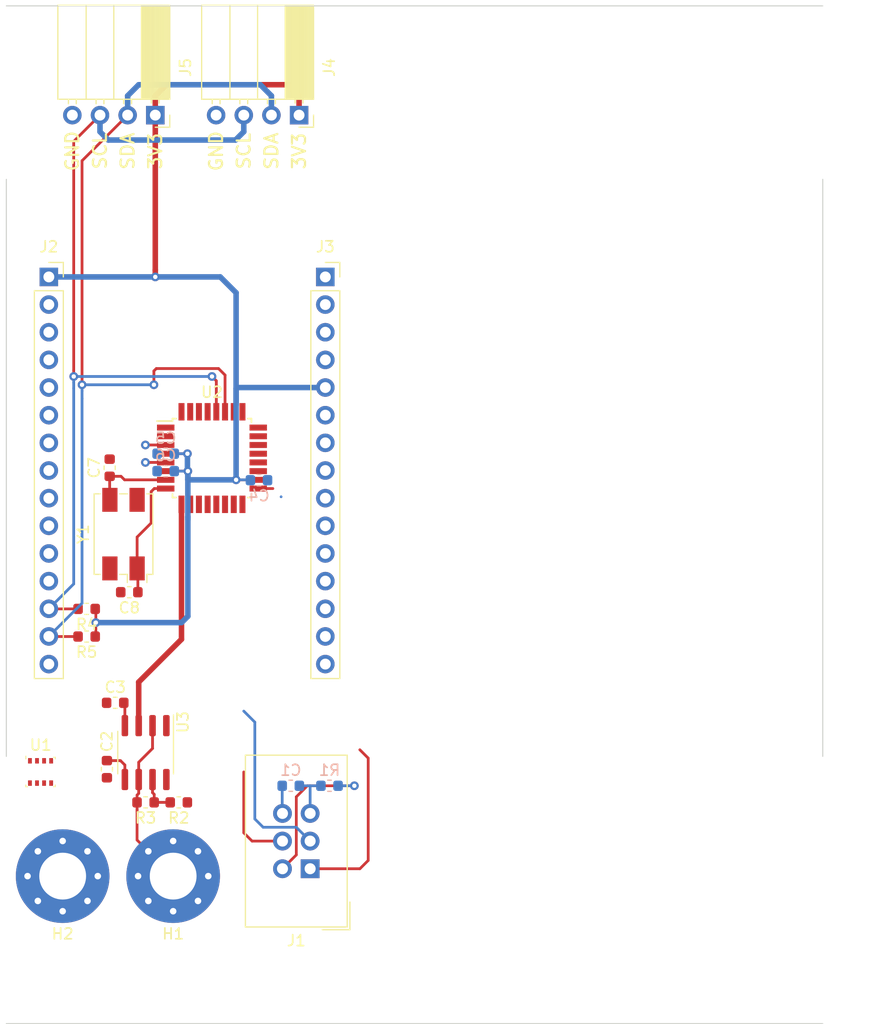
<source format=kicad_pcb>
(kicad_pcb (version 20171130) (host pcbnew 5.1.4+dfsg1-1~bpo10+1)

  (general
    (thickness 1.6)
    (drawings 18)
    (tracks 149)
    (zones 0)
    (modules 24)
    (nets 61)
  )

  (page A4)
  (layers
    (0 F.Cu signal)
    (31 B.Cu signal)
    (32 B.Adhes user)
    (33 F.Adhes user)
    (34 B.Paste user)
    (35 F.Paste user)
    (36 B.SilkS user)
    (37 F.SilkS user)
    (38 B.Mask user)
    (39 F.Mask user)
    (40 Dwgs.User user)
    (41 Cmts.User user)
    (42 Eco1.User user)
    (43 Eco2.User user)
    (44 Edge.Cuts user)
    (45 Margin user)
    (46 B.CrtYd user)
    (47 F.CrtYd user)
    (48 B.Fab user)
    (49 F.Fab user)
  )

  (setup
    (last_trace_width 0.508)
    (user_trace_width 0.254)
    (user_trace_width 0.508)
    (trace_clearance 0.2)
    (zone_clearance 0.508)
    (zone_45_only no)
    (trace_min 0.2)
    (via_size 0.8)
    (via_drill 0.4)
    (via_min_size 0.4)
    (via_min_drill 0.3)
    (user_via 0.6 0.3)
    (uvia_size 0.3)
    (uvia_drill 0.1)
    (uvias_allowed no)
    (uvia_min_size 0.2)
    (uvia_min_drill 0.1)
    (edge_width 0.1)
    (segment_width 0.2)
    (pcb_text_width 0.3)
    (pcb_text_size 1.5 1.5)
    (mod_edge_width 0.15)
    (mod_text_size 1 1)
    (mod_text_width 0.15)
    (pad_size 1.524 1.524)
    (pad_drill 0.762)
    (pad_to_mask_clearance 0)
    (aux_axis_origin 0 0)
    (grid_origin 90 80)
    (visible_elements 7FFDFFFF)
    (pcbplotparams
      (layerselection 0x010fc_ffffffff)
      (usegerberextensions false)
      (usegerberattributes false)
      (usegerberadvancedattributes false)
      (creategerberjobfile false)
      (excludeedgelayer true)
      (linewidth 0.100000)
      (plotframeref false)
      (viasonmask false)
      (mode 1)
      (useauxorigin false)
      (hpglpennumber 1)
      (hpglpenspeed 20)
      (hpglpendiameter 15.000000)
      (psnegative false)
      (psa4output false)
      (plotreference true)
      (plotvalue true)
      (plotinvisibletext false)
      (padsonsilk false)
      (subtractmaskfromsilk false)
      (outputformat 1)
      (mirror false)
      (drillshape 1)
      (scaleselection 1)
      (outputdirectory ""))
  )

  (net 0 "")
  (net 1 GND)
  (net 2 "/I2C Water Sensor/RESET")
  (net 3 "/I2C Water Sensor/MOSI")
  (net 4 "/I2C Water Sensor/SCK")
  (net 5 +3V3)
  (net 6 "/I2C Water Sensor/MISO")
  (net 7 /NodeMCU/D0)
  (net 8 /NodeMCU/D3)
  (net 9 /NodeMCU/D4)
  (net 10 /NodeMCU/D5)
  (net 11 /NodeMCU/D6)
  (net 12 /NodeMCU/D7)
  (net 13 /NodeMCU/D8)
  (net 14 /NodeMCU/RX)
  (net 15 /NodeMCU/TX)
  (net 16 /NodeMCU/A0)
  (net 17 "Net-(J3-Pad14)")
  (net 18 "Net-(J3-Pad13)")
  (net 19 /NodeMCU/SD3)
  (net 20 /NodeMCU/SD2)
  (net 21 /NodeMCU/SD1)
  (net 22 /NodeMCU/CMD)
  (net 23 /NodeMCU/SD0)
  (net 24 /NodeMCU/CLK)
  (net 25 /NodeMCU/EN)
  (net 26 /NodeMCU/RST)
  (net 27 /NodeMCU/VIN)
  (net 28 "Net-(U1-Pad8)")
  (net 29 "Net-(U1-Pad7)")
  (net 30 "Net-(U1-Pad6)")
  (net 31 "Net-(U1-Pad5)")
  (net 32 "Net-(U1-Pad4)")
  (net 33 "Net-(U1-Pad3)")
  (net 34 "Net-(U1-Pad2)")
  (net 35 "Net-(U1-Pad1)")
  (net 36 "Net-(U2-Pad32)")
  (net 37 "/I2C Water Sensor/TXD")
  (net 38 "/I2C Water Sensor/RXD")
  (net 39 "Net-(U2-Pad26)")
  (net 40 "Net-(U2-Pad25)")
  (net 41 "Net-(U2-Pad24)")
  (net 42 "Net-(U2-Pad23)")
  (net 43 "Net-(U2-Pad22)")
  (net 44 "Net-(U2-Pad20)")
  (net 45 "Net-(U2-Pad19)")
  (net 46 "Net-(U2-Pad14)")
  (net 47 "Net-(U2-Pad13)")
  (net 48 "Net-(U2-Pad12)")
  (net 49 "Net-(U2-Pad11)")
  (net 50 "Net-(U2-Pad10)")
  (net 51 "Net-(U2-Pad2)")
  (net 52 "Net-(U2-Pad1)")
  (net 53 /SCL)
  (net 54 /SDA)
  (net 55 "/I2C Water Sensor/FREQIN")
  (net 56 "Net-(C2-Pad1)")
  (net 57 "Net-(R2-Pad2)")
  (net 58 "/Sensor Front End/THR")
  (net 59 "Net-(C7-Pad1)")
  (net 60 "Net-(C8-Pad1)")

  (net_class Default "This is the default net class."
    (clearance 0.2)
    (trace_width 0.25)
    (via_dia 0.8)
    (via_drill 0.4)
    (uvia_dia 0.3)
    (uvia_drill 0.1)
    (add_net +3V3)
    (add_net "/I2C Water Sensor/FREQIN")
    (add_net "/I2C Water Sensor/MISO")
    (add_net "/I2C Water Sensor/MOSI")
    (add_net "/I2C Water Sensor/RESET")
    (add_net "/I2C Water Sensor/RXD")
    (add_net "/I2C Water Sensor/SCK")
    (add_net "/I2C Water Sensor/TXD")
    (add_net /NodeMCU/A0)
    (add_net /NodeMCU/CLK)
    (add_net /NodeMCU/CMD)
    (add_net /NodeMCU/D0)
    (add_net /NodeMCU/D3)
    (add_net /NodeMCU/D4)
    (add_net /NodeMCU/D5)
    (add_net /NodeMCU/D6)
    (add_net /NodeMCU/D7)
    (add_net /NodeMCU/D8)
    (add_net /NodeMCU/EN)
    (add_net /NodeMCU/RST)
    (add_net /NodeMCU/RX)
    (add_net /NodeMCU/SD0)
    (add_net /NodeMCU/SD1)
    (add_net /NodeMCU/SD2)
    (add_net /NodeMCU/SD3)
    (add_net /NodeMCU/TX)
    (add_net /NodeMCU/VIN)
    (add_net /SCL)
    (add_net /SDA)
    (add_net "/Sensor Front End/THR")
    (add_net GND)
    (add_net "Net-(C2-Pad1)")
    (add_net "Net-(C7-Pad1)")
    (add_net "Net-(C8-Pad1)")
    (add_net "Net-(J3-Pad13)")
    (add_net "Net-(J3-Pad14)")
    (add_net "Net-(R2-Pad2)")
    (add_net "Net-(U1-Pad1)")
    (add_net "Net-(U1-Pad2)")
    (add_net "Net-(U1-Pad3)")
    (add_net "Net-(U1-Pad4)")
    (add_net "Net-(U1-Pad5)")
    (add_net "Net-(U1-Pad6)")
    (add_net "Net-(U1-Pad7)")
    (add_net "Net-(U1-Pad8)")
    (add_net "Net-(U2-Pad1)")
    (add_net "Net-(U2-Pad10)")
    (add_net "Net-(U2-Pad11)")
    (add_net "Net-(U2-Pad12)")
    (add_net "Net-(U2-Pad13)")
    (add_net "Net-(U2-Pad14)")
    (add_net "Net-(U2-Pad19)")
    (add_net "Net-(U2-Pad2)")
    (add_net "Net-(U2-Pad20)")
    (add_net "Net-(U2-Pad22)")
    (add_net "Net-(U2-Pad23)")
    (add_net "Net-(U2-Pad24)")
    (add_net "Net-(U2-Pad25)")
    (add_net "Net-(U2-Pad26)")
    (add_net "Net-(U2-Pad32)")
  )

  (module Capacitor_SMD:C_0603_1608Metric (layer F.Cu) (tedit 5B301BBE) (tstamp 5E81EA91)
    (at 97.3915 108.956 180)
    (descr "Capacitor SMD 0603 (1608 Metric), square (rectangular) end terminal, IPC_7351 nominal, (Body size source: http://www.tortai-tech.com/upload/download/2011102023233369053.pdf), generated with kicad-footprint-generator")
    (tags capacitor)
    (path /5E788D14/5E828FAF)
    (attr smd)
    (fp_text reference C8 (at 0 -1.43) (layer F.SilkS)
      (effects (font (size 1 1) (thickness 0.15)))
    )
    (fp_text value 22p (at 0 1.43) (layer F.Fab)
      (effects (font (size 1 1) (thickness 0.15)))
    )
    (fp_text user %R (at 0 0) (layer F.Fab)
      (effects (font (size 0.4 0.4) (thickness 0.06)))
    )
    (fp_line (start 1.48 0.73) (end -1.48 0.73) (layer F.CrtYd) (width 0.05))
    (fp_line (start 1.48 -0.73) (end 1.48 0.73) (layer F.CrtYd) (width 0.05))
    (fp_line (start -1.48 -0.73) (end 1.48 -0.73) (layer F.CrtYd) (width 0.05))
    (fp_line (start -1.48 0.73) (end -1.48 -0.73) (layer F.CrtYd) (width 0.05))
    (fp_line (start -0.162779 0.51) (end 0.162779 0.51) (layer F.SilkS) (width 0.12))
    (fp_line (start -0.162779 -0.51) (end 0.162779 -0.51) (layer F.SilkS) (width 0.12))
    (fp_line (start 0.8 0.4) (end -0.8 0.4) (layer F.Fab) (width 0.1))
    (fp_line (start 0.8 -0.4) (end 0.8 0.4) (layer F.Fab) (width 0.1))
    (fp_line (start -0.8 -0.4) (end 0.8 -0.4) (layer F.Fab) (width 0.1))
    (fp_line (start -0.8 0.4) (end -0.8 -0.4) (layer F.Fab) (width 0.1))
    (pad 2 smd roundrect (at 0.7875 0 180) (size 0.875 0.95) (layers F.Cu F.Paste F.Mask) (roundrect_rratio 0.25)
      (net 1 GND))
    (pad 1 smd roundrect (at -0.7875 0 180) (size 0.875 0.95) (layers F.Cu F.Paste F.Mask) (roundrect_rratio 0.25)
      (net 60 "Net-(C8-Pad1)"))
    (model ${KISYS3DMOD}/Capacitor_SMD.3dshapes/C_0603_1608Metric.wrl
      (at (xyz 0 0 0))
      (scale (xyz 1 1 1))
      (rotate (xyz 0 0 0))
    )
  )

  (module Capacitor_SMD:C_0603_1608Metric (layer F.Cu) (tedit 5B301BBE) (tstamp 5E81F300)
    (at 95.588 97.526 90)
    (descr "Capacitor SMD 0603 (1608 Metric), square (rectangular) end terminal, IPC_7351 nominal, (Body size source: http://www.tortai-tech.com/upload/download/2011102023233369053.pdf), generated with kicad-footprint-generator")
    (tags capacitor)
    (path /5E788D14/5E828C73)
    (attr smd)
    (fp_text reference C7 (at 0 -1.43 90) (layer F.SilkS)
      (effects (font (size 1 1) (thickness 0.15)))
    )
    (fp_text value 22p (at 0 1.43 90) (layer F.Fab)
      (effects (font (size 1 1) (thickness 0.15)))
    )
    (fp_text user %R (at 0 0 90) (layer F.Fab)
      (effects (font (size 0.4 0.4) (thickness 0.06)))
    )
    (fp_line (start 1.48 0.73) (end -1.48 0.73) (layer F.CrtYd) (width 0.05))
    (fp_line (start 1.48 -0.73) (end 1.48 0.73) (layer F.CrtYd) (width 0.05))
    (fp_line (start -1.48 -0.73) (end 1.48 -0.73) (layer F.CrtYd) (width 0.05))
    (fp_line (start -1.48 0.73) (end -1.48 -0.73) (layer F.CrtYd) (width 0.05))
    (fp_line (start -0.162779 0.51) (end 0.162779 0.51) (layer F.SilkS) (width 0.12))
    (fp_line (start -0.162779 -0.51) (end 0.162779 -0.51) (layer F.SilkS) (width 0.12))
    (fp_line (start 0.8 0.4) (end -0.8 0.4) (layer F.Fab) (width 0.1))
    (fp_line (start 0.8 -0.4) (end 0.8 0.4) (layer F.Fab) (width 0.1))
    (fp_line (start -0.8 -0.4) (end 0.8 -0.4) (layer F.Fab) (width 0.1))
    (fp_line (start -0.8 0.4) (end -0.8 -0.4) (layer F.Fab) (width 0.1))
    (pad 2 smd roundrect (at 0.7875 0 90) (size 0.875 0.95) (layers F.Cu F.Paste F.Mask) (roundrect_rratio 0.25)
      (net 1 GND))
    (pad 1 smd roundrect (at -0.7875 0 90) (size 0.875 0.95) (layers F.Cu F.Paste F.Mask) (roundrect_rratio 0.25)
      (net 59 "Net-(C7-Pad1)"))
    (model ${KISYS3DMOD}/Capacitor_SMD.3dshapes/C_0603_1608Metric.wrl
      (at (xyz 0 0 0))
      (scale (xyz 1 1 1))
      (rotate (xyz 0 0 0))
    )
  )

  (module Crystal:Crystal_SMD_EuroQuartz_MQ-4Pin_7.0x5.0mm (layer F.Cu) (tedit 5A0FD1B2) (tstamp 5E81F291)
    (at 96.858 103.622 90)
    (descr "SMD Crystal EuroQuartz MQ series http://cdn-reichelt.de/documents/datenblatt/B400/MQ.pdf, 7.0x5.0mm^2 package")
    (tags "SMD SMT crystal")
    (path /5E788D14/5E81DDE3)
    (attr smd)
    (fp_text reference Y1 (at 0 -3.7 90) (layer F.SilkS)
      (effects (font (size 1 1) (thickness 0.15)))
    )
    (fp_text value 16MHz (at 0 3.7 90) (layer F.Fab)
      (effects (font (size 1 1) (thickness 0.15)))
    )
    (fp_line (start 4.5 -2.8) (end -4.5 -2.8) (layer F.CrtYd) (width 0.05))
    (fp_line (start 4.5 2.8) (end 4.5 -2.8) (layer F.CrtYd) (width 0.05))
    (fp_line (start -4.5 2.8) (end 4.5 2.8) (layer F.CrtYd) (width 0.05))
    (fp_line (start -4.5 -2.8) (end -4.5 2.8) (layer F.CrtYd) (width 0.05))
    (fp_line (start 3.7 -0.35) (end 3.7 0.35) (layer F.SilkS) (width 0.12))
    (fp_line (start -3.7 0.35) (end -3.7 -0.35) (layer F.SilkS) (width 0.12))
    (fp_line (start -4.45 0.35) (end -3.7 0.35) (layer F.SilkS) (width 0.12))
    (fp_line (start 3.7 2.7) (end 3.7 2.15) (layer F.SilkS) (width 0.12))
    (fp_line (start -3.7 2.7) (end 3.7 2.7) (layer F.SilkS) (width 0.12))
    (fp_line (start -3.7 2.15) (end -3.7 2.7) (layer F.SilkS) (width 0.12))
    (fp_line (start -4.45 2.15) (end -3.7 2.15) (layer F.SilkS) (width 0.12))
    (fp_line (start 3.7 -2.7) (end 3.7 -2.15) (layer F.SilkS) (width 0.12))
    (fp_line (start -3.7 -2.7) (end 3.7 -2.7) (layer F.SilkS) (width 0.12))
    (fp_line (start -3.7 -2.15) (end -3.7 -2.7) (layer F.SilkS) (width 0.12))
    (fp_line (start -3.5 1.5) (end -2.5 2.5) (layer F.Fab) (width 0.1))
    (fp_line (start -3.5 -2.4) (end -3.4 -2.5) (layer F.Fab) (width 0.1))
    (fp_line (start -3.5 2.4) (end -3.5 -2.4) (layer F.Fab) (width 0.1))
    (fp_line (start -3.4 2.5) (end -3.5 2.4) (layer F.Fab) (width 0.1))
    (fp_line (start 3.4 2.5) (end -3.4 2.5) (layer F.Fab) (width 0.1))
    (fp_line (start 3.5 2.4) (end 3.4 2.5) (layer F.Fab) (width 0.1))
    (fp_line (start 3.5 -2.4) (end 3.5 2.4) (layer F.Fab) (width 0.1))
    (fp_line (start 3.4 -2.5) (end 3.5 -2.4) (layer F.Fab) (width 0.1))
    (fp_line (start -3.4 -2.5) (end 3.4 -2.5) (layer F.Fab) (width 0.1))
    (fp_text user %R (at 0 0 90) (layer F.Fab)
      (effects (font (size 1 1) (thickness 0.15)))
    )
    (pad 4 smd rect (at -3.15 -1.25 90) (size 2.2 1.4) (layers F.Cu F.Paste F.Mask)
      (net 1 GND))
    (pad 3 smd rect (at 3.15 -1.25 90) (size 2.2 1.4) (layers F.Cu F.Paste F.Mask)
      (net 59 "Net-(C7-Pad1)"))
    (pad 2 smd rect (at 3.15 1.25 90) (size 2.2 1.4) (layers F.Cu F.Paste F.Mask)
      (net 1 GND))
    (pad 1 smd rect (at -3.15 1.25 90) (size 2.2 1.4) (layers F.Cu F.Paste F.Mask)
      (net 60 "Net-(C8-Pad1)"))
    (model ${KISYS3DMOD}/Crystal.3dshapes/Crystal_SMD_EuroQuartz_MQ-4Pin_7.0x5.0mm.wrl
      (at (xyz 0 0 0))
      (scale (xyz 1 1 1))
      (rotate (xyz 0 0 0))
    )
  )

  (module Connector_PinSocket_2.54mm:PinSocket_1x04_P2.54mm_Horizontal (layer F.Cu) (tedit 5A19A424) (tstamp 5E7B5B63)
    (at 99.779 65.141 270)
    (descr "Through hole angled socket strip, 1x04, 2.54mm pitch, 8.51mm socket length, single row (from Kicad 4.0.7), script generated")
    (tags "Through hole angled socket strip THT 1x04 2.54mm single row")
    (path /5E7D3D59)
    (fp_text reference J5 (at -4.38 -2.77 90) (layer F.SilkS)
      (effects (font (size 1 1) (thickness 0.15)))
    )
    (fp_text value Conn_01x04 (at -4.38 10.39 90) (layer F.Fab)
      (effects (font (size 1 1) (thickness 0.15)))
    )
    (fp_text user %R (at -5.775 3.81) (layer F.Fab)
      (effects (font (size 1 1) (thickness 0.15)))
    )
    (fp_line (start 1.75 9.45) (end 1.75 -1.75) (layer F.CrtYd) (width 0.05))
    (fp_line (start -10.55 9.45) (end 1.75 9.45) (layer F.CrtYd) (width 0.05))
    (fp_line (start -10.55 -1.75) (end -10.55 9.45) (layer F.CrtYd) (width 0.05))
    (fp_line (start 1.75 -1.75) (end -10.55 -1.75) (layer F.CrtYd) (width 0.05))
    (fp_line (start 0 -1.33) (end 1.11 -1.33) (layer F.SilkS) (width 0.12))
    (fp_line (start 1.11 -1.33) (end 1.11 0) (layer F.SilkS) (width 0.12))
    (fp_line (start -10.09 -1.33) (end -10.09 8.95) (layer F.SilkS) (width 0.12))
    (fp_line (start -10.09 8.95) (end -1.46 8.95) (layer F.SilkS) (width 0.12))
    (fp_line (start -1.46 -1.33) (end -1.46 8.95) (layer F.SilkS) (width 0.12))
    (fp_line (start -10.09 -1.33) (end -1.46 -1.33) (layer F.SilkS) (width 0.12))
    (fp_line (start -10.09 6.35) (end -1.46 6.35) (layer F.SilkS) (width 0.12))
    (fp_line (start -10.09 3.81) (end -1.46 3.81) (layer F.SilkS) (width 0.12))
    (fp_line (start -10.09 1.27) (end -1.46 1.27) (layer F.SilkS) (width 0.12))
    (fp_line (start -1.46 7.98) (end -1.05 7.98) (layer F.SilkS) (width 0.12))
    (fp_line (start -1.46 7.26) (end -1.05 7.26) (layer F.SilkS) (width 0.12))
    (fp_line (start -1.46 5.44) (end -1.05 5.44) (layer F.SilkS) (width 0.12))
    (fp_line (start -1.46 4.72) (end -1.05 4.72) (layer F.SilkS) (width 0.12))
    (fp_line (start -1.46 2.9) (end -1.05 2.9) (layer F.SilkS) (width 0.12))
    (fp_line (start -1.46 2.18) (end -1.05 2.18) (layer F.SilkS) (width 0.12))
    (fp_line (start -1.46 0.36) (end -1.11 0.36) (layer F.SilkS) (width 0.12))
    (fp_line (start -1.46 -0.36) (end -1.11 -0.36) (layer F.SilkS) (width 0.12))
    (fp_line (start -10.09 1.1519) (end -1.46 1.1519) (layer F.SilkS) (width 0.12))
    (fp_line (start -10.09 1.033805) (end -1.46 1.033805) (layer F.SilkS) (width 0.12))
    (fp_line (start -10.09 0.91571) (end -1.46 0.91571) (layer F.SilkS) (width 0.12))
    (fp_line (start -10.09 0.797615) (end -1.46 0.797615) (layer F.SilkS) (width 0.12))
    (fp_line (start -10.09 0.67952) (end -1.46 0.67952) (layer F.SilkS) (width 0.12))
    (fp_line (start -10.09 0.561425) (end -1.46 0.561425) (layer F.SilkS) (width 0.12))
    (fp_line (start -10.09 0.44333) (end -1.46 0.44333) (layer F.SilkS) (width 0.12))
    (fp_line (start -10.09 0.325235) (end -1.46 0.325235) (layer F.SilkS) (width 0.12))
    (fp_line (start -10.09 0.20714) (end -1.46 0.20714) (layer F.SilkS) (width 0.12))
    (fp_line (start -10.09 0.089045) (end -1.46 0.089045) (layer F.SilkS) (width 0.12))
    (fp_line (start -10.09 -0.02905) (end -1.46 -0.02905) (layer F.SilkS) (width 0.12))
    (fp_line (start -10.09 -0.147145) (end -1.46 -0.147145) (layer F.SilkS) (width 0.12))
    (fp_line (start -10.09 -0.26524) (end -1.46 -0.26524) (layer F.SilkS) (width 0.12))
    (fp_line (start -10.09 -0.383335) (end -1.46 -0.383335) (layer F.SilkS) (width 0.12))
    (fp_line (start -10.09 -0.50143) (end -1.46 -0.50143) (layer F.SilkS) (width 0.12))
    (fp_line (start -10.09 -0.619525) (end -1.46 -0.619525) (layer F.SilkS) (width 0.12))
    (fp_line (start -10.09 -0.73762) (end -1.46 -0.73762) (layer F.SilkS) (width 0.12))
    (fp_line (start -10.09 -0.855715) (end -1.46 -0.855715) (layer F.SilkS) (width 0.12))
    (fp_line (start -10.09 -0.97381) (end -1.46 -0.97381) (layer F.SilkS) (width 0.12))
    (fp_line (start -10.09 -1.091905) (end -1.46 -1.091905) (layer F.SilkS) (width 0.12))
    (fp_line (start -10.09 -1.21) (end -1.46 -1.21) (layer F.SilkS) (width 0.12))
    (fp_line (start 0 7.92) (end 0 7.32) (layer F.Fab) (width 0.1))
    (fp_line (start -1.52 7.92) (end 0 7.92) (layer F.Fab) (width 0.1))
    (fp_line (start 0 7.32) (end -1.52 7.32) (layer F.Fab) (width 0.1))
    (fp_line (start 0 5.38) (end 0 4.78) (layer F.Fab) (width 0.1))
    (fp_line (start -1.52 5.38) (end 0 5.38) (layer F.Fab) (width 0.1))
    (fp_line (start 0 4.78) (end -1.52 4.78) (layer F.Fab) (width 0.1))
    (fp_line (start 0 2.84) (end 0 2.24) (layer F.Fab) (width 0.1))
    (fp_line (start -1.52 2.84) (end 0 2.84) (layer F.Fab) (width 0.1))
    (fp_line (start 0 2.24) (end -1.52 2.24) (layer F.Fab) (width 0.1))
    (fp_line (start 0 0.3) (end 0 -0.3) (layer F.Fab) (width 0.1))
    (fp_line (start -1.52 0.3) (end 0 0.3) (layer F.Fab) (width 0.1))
    (fp_line (start 0 -0.3) (end -1.52 -0.3) (layer F.Fab) (width 0.1))
    (fp_line (start -10.03 8.89) (end -10.03 -1.27) (layer F.Fab) (width 0.1))
    (fp_line (start -1.52 8.89) (end -10.03 8.89) (layer F.Fab) (width 0.1))
    (fp_line (start -1.52 -0.3) (end -1.52 8.89) (layer F.Fab) (width 0.1))
    (fp_line (start -2.49 -1.27) (end -1.52 -0.3) (layer F.Fab) (width 0.1))
    (fp_line (start -10.03 -1.27) (end -2.49 -1.27) (layer F.Fab) (width 0.1))
    (pad 4 thru_hole oval (at 0 7.62 270) (size 1.7 1.7) (drill 1) (layers *.Cu *.Mask)
      (net 1 GND))
    (pad 3 thru_hole oval (at 0 5.08 270) (size 1.7 1.7) (drill 1) (layers *.Cu *.Mask)
      (net 53 /SCL))
    (pad 2 thru_hole oval (at 0 2.54 270) (size 1.7 1.7) (drill 1) (layers *.Cu *.Mask)
      (net 54 /SDA))
    (pad 1 thru_hole rect (at 0 0 270) (size 1.7 1.7) (drill 1) (layers *.Cu *.Mask)
      (net 5 +3V3))
    (model ${KISYS3DMOD}/Connector_PinSocket_2.54mm.3dshapes/PinSocket_1x04_P2.54mm_Horizontal.wrl
      (at (xyz 0 0 0))
      (scale (xyz 1 1 1))
      (rotate (xyz 0 0 0))
    )
  )

  (module Connector_PinSocket_2.54mm:PinSocket_1x04_P2.54mm_Horizontal (layer F.Cu) (tedit 5A19A424) (tstamp 5E7B5D10)
    (at 112.987 65.141 270)
    (descr "Through hole angled socket strip, 1x04, 2.54mm pitch, 8.51mm socket length, single row (from Kicad 4.0.7), script generated")
    (tags "Through hole angled socket strip THT 1x04 2.54mm single row")
    (path /5E7D1AC6)
    (fp_text reference J4 (at -4.38 -2.77 90) (layer F.SilkS)
      (effects (font (size 1 1) (thickness 0.15)))
    )
    (fp_text value Conn_01x04 (at -4.38 10.39 90) (layer F.Fab)
      (effects (font (size 1 1) (thickness 0.15)))
    )
    (fp_text user %R (at -5.775 3.81) (layer F.Fab)
      (effects (font (size 1 1) (thickness 0.15)))
    )
    (fp_line (start 1.75 9.45) (end 1.75 -1.75) (layer F.CrtYd) (width 0.05))
    (fp_line (start -10.55 9.45) (end 1.75 9.45) (layer F.CrtYd) (width 0.05))
    (fp_line (start -10.55 -1.75) (end -10.55 9.45) (layer F.CrtYd) (width 0.05))
    (fp_line (start 1.75 -1.75) (end -10.55 -1.75) (layer F.CrtYd) (width 0.05))
    (fp_line (start 0 -1.33) (end 1.11 -1.33) (layer F.SilkS) (width 0.12))
    (fp_line (start 1.11 -1.33) (end 1.11 0) (layer F.SilkS) (width 0.12))
    (fp_line (start -10.09 -1.33) (end -10.09 8.95) (layer F.SilkS) (width 0.12))
    (fp_line (start -10.09 8.95) (end -1.46 8.95) (layer F.SilkS) (width 0.12))
    (fp_line (start -1.46 -1.33) (end -1.46 8.95) (layer F.SilkS) (width 0.12))
    (fp_line (start -10.09 -1.33) (end -1.46 -1.33) (layer F.SilkS) (width 0.12))
    (fp_line (start -10.09 6.35) (end -1.46 6.35) (layer F.SilkS) (width 0.12))
    (fp_line (start -10.09 3.81) (end -1.46 3.81) (layer F.SilkS) (width 0.12))
    (fp_line (start -10.09 1.27) (end -1.46 1.27) (layer F.SilkS) (width 0.12))
    (fp_line (start -1.46 7.98) (end -1.05 7.98) (layer F.SilkS) (width 0.12))
    (fp_line (start -1.46 7.26) (end -1.05 7.26) (layer F.SilkS) (width 0.12))
    (fp_line (start -1.46 5.44) (end -1.05 5.44) (layer F.SilkS) (width 0.12))
    (fp_line (start -1.46 4.72) (end -1.05 4.72) (layer F.SilkS) (width 0.12))
    (fp_line (start -1.46 2.9) (end -1.05 2.9) (layer F.SilkS) (width 0.12))
    (fp_line (start -1.46 2.18) (end -1.05 2.18) (layer F.SilkS) (width 0.12))
    (fp_line (start -1.46 0.36) (end -1.11 0.36) (layer F.SilkS) (width 0.12))
    (fp_line (start -1.46 -0.36) (end -1.11 -0.36) (layer F.SilkS) (width 0.12))
    (fp_line (start -10.09 1.1519) (end -1.46 1.1519) (layer F.SilkS) (width 0.12))
    (fp_line (start -10.09 1.033805) (end -1.46 1.033805) (layer F.SilkS) (width 0.12))
    (fp_line (start -10.09 0.91571) (end -1.46 0.91571) (layer F.SilkS) (width 0.12))
    (fp_line (start -10.09 0.797615) (end -1.46 0.797615) (layer F.SilkS) (width 0.12))
    (fp_line (start -10.09 0.67952) (end -1.46 0.67952) (layer F.SilkS) (width 0.12))
    (fp_line (start -10.09 0.561425) (end -1.46 0.561425) (layer F.SilkS) (width 0.12))
    (fp_line (start -10.09 0.44333) (end -1.46 0.44333) (layer F.SilkS) (width 0.12))
    (fp_line (start -10.09 0.325235) (end -1.46 0.325235) (layer F.SilkS) (width 0.12))
    (fp_line (start -10.09 0.20714) (end -1.46 0.20714) (layer F.SilkS) (width 0.12))
    (fp_line (start -10.09 0.089045) (end -1.46 0.089045) (layer F.SilkS) (width 0.12))
    (fp_line (start -10.09 -0.02905) (end -1.46 -0.02905) (layer F.SilkS) (width 0.12))
    (fp_line (start -10.09 -0.147145) (end -1.46 -0.147145) (layer F.SilkS) (width 0.12))
    (fp_line (start -10.09 -0.26524) (end -1.46 -0.26524) (layer F.SilkS) (width 0.12))
    (fp_line (start -10.09 -0.383335) (end -1.46 -0.383335) (layer F.SilkS) (width 0.12))
    (fp_line (start -10.09 -0.50143) (end -1.46 -0.50143) (layer F.SilkS) (width 0.12))
    (fp_line (start -10.09 -0.619525) (end -1.46 -0.619525) (layer F.SilkS) (width 0.12))
    (fp_line (start -10.09 -0.73762) (end -1.46 -0.73762) (layer F.SilkS) (width 0.12))
    (fp_line (start -10.09 -0.855715) (end -1.46 -0.855715) (layer F.SilkS) (width 0.12))
    (fp_line (start -10.09 -0.97381) (end -1.46 -0.97381) (layer F.SilkS) (width 0.12))
    (fp_line (start -10.09 -1.091905) (end -1.46 -1.091905) (layer F.SilkS) (width 0.12))
    (fp_line (start -10.09 -1.21) (end -1.46 -1.21) (layer F.SilkS) (width 0.12))
    (fp_line (start 0 7.92) (end 0 7.32) (layer F.Fab) (width 0.1))
    (fp_line (start -1.52 7.92) (end 0 7.92) (layer F.Fab) (width 0.1))
    (fp_line (start 0 7.32) (end -1.52 7.32) (layer F.Fab) (width 0.1))
    (fp_line (start 0 5.38) (end 0 4.78) (layer F.Fab) (width 0.1))
    (fp_line (start -1.52 5.38) (end 0 5.38) (layer F.Fab) (width 0.1))
    (fp_line (start 0 4.78) (end -1.52 4.78) (layer F.Fab) (width 0.1))
    (fp_line (start 0 2.84) (end 0 2.24) (layer F.Fab) (width 0.1))
    (fp_line (start -1.52 2.84) (end 0 2.84) (layer F.Fab) (width 0.1))
    (fp_line (start 0 2.24) (end -1.52 2.24) (layer F.Fab) (width 0.1))
    (fp_line (start 0 0.3) (end 0 -0.3) (layer F.Fab) (width 0.1))
    (fp_line (start -1.52 0.3) (end 0 0.3) (layer F.Fab) (width 0.1))
    (fp_line (start 0 -0.3) (end -1.52 -0.3) (layer F.Fab) (width 0.1))
    (fp_line (start -10.03 8.89) (end -10.03 -1.27) (layer F.Fab) (width 0.1))
    (fp_line (start -1.52 8.89) (end -10.03 8.89) (layer F.Fab) (width 0.1))
    (fp_line (start -1.52 -0.3) (end -1.52 8.89) (layer F.Fab) (width 0.1))
    (fp_line (start -2.49 -1.27) (end -1.52 -0.3) (layer F.Fab) (width 0.1))
    (fp_line (start -10.03 -1.27) (end -2.49 -1.27) (layer F.Fab) (width 0.1))
    (pad 4 thru_hole oval (at 0 7.62 270) (size 1.7 1.7) (drill 1) (layers *.Cu *.Mask)
      (net 1 GND))
    (pad 3 thru_hole oval (at 0 5.08 270) (size 1.7 1.7) (drill 1) (layers *.Cu *.Mask)
      (net 53 /SCL))
    (pad 2 thru_hole oval (at 0 2.54 270) (size 1.7 1.7) (drill 1) (layers *.Cu *.Mask)
      (net 54 /SDA))
    (pad 1 thru_hole rect (at 0 0 270) (size 1.7 1.7) (drill 1) (layers *.Cu *.Mask)
      (net 5 +3V3))
    (model ${KISYS3DMOD}/Connector_PinSocket_2.54mm.3dshapes/PinSocket_1x04_P2.54mm_Horizontal.wrl
      (at (xyz 0 0 0))
      (scale (xyz 1 1 1))
      (rotate (xyz 0 0 0))
    )
  )

  (module Capacitor_SMD:C_0603_1608Metric (layer B.Cu) (tedit 5B301BBE) (tstamp 5E81EBB7)
    (at 100.736 97.837 180)
    (descr "Capacitor SMD 0603 (1608 Metric), square (rectangular) end terminal, IPC_7351 nominal, (Body size source: http://www.tortai-tech.com/upload/download/2011102023233369053.pdf), generated with kicad-footprint-generator")
    (tags capacitor)
    (path /5E788D14/5E7C76AA)
    (attr smd)
    (fp_text reference C6 (at 0 1.43) (layer B.SilkS)
      (effects (font (size 1 1) (thickness 0.15)) (justify mirror))
    )
    (fp_text value 100n (at 0 -1.43) (layer B.Fab)
      (effects (font (size 1 1) (thickness 0.15)) (justify mirror))
    )
    (fp_text user %R (at 0 0) (layer B.Fab)
      (effects (font (size 0.4 0.4) (thickness 0.06)) (justify mirror))
    )
    (fp_line (start 1.48 -0.73) (end -1.48 -0.73) (layer B.CrtYd) (width 0.05))
    (fp_line (start 1.48 0.73) (end 1.48 -0.73) (layer B.CrtYd) (width 0.05))
    (fp_line (start -1.48 0.73) (end 1.48 0.73) (layer B.CrtYd) (width 0.05))
    (fp_line (start -1.48 -0.73) (end -1.48 0.73) (layer B.CrtYd) (width 0.05))
    (fp_line (start -0.162779 -0.51) (end 0.162779 -0.51) (layer B.SilkS) (width 0.12))
    (fp_line (start -0.162779 0.51) (end 0.162779 0.51) (layer B.SilkS) (width 0.12))
    (fp_line (start 0.8 -0.4) (end -0.8 -0.4) (layer B.Fab) (width 0.1))
    (fp_line (start 0.8 0.4) (end 0.8 -0.4) (layer B.Fab) (width 0.1))
    (fp_line (start -0.8 0.4) (end 0.8 0.4) (layer B.Fab) (width 0.1))
    (fp_line (start -0.8 -0.4) (end -0.8 0.4) (layer B.Fab) (width 0.1))
    (pad 2 smd roundrect (at 0.7875 0 180) (size 0.875 0.95) (layers B.Cu B.Paste B.Mask) (roundrect_rratio 0.25)
      (net 1 GND))
    (pad 1 smd roundrect (at -0.7875 0 180) (size 0.875 0.95) (layers B.Cu B.Paste B.Mask) (roundrect_rratio 0.25)
      (net 5 +3V3))
    (model ${KISYS3DMOD}/Capacitor_SMD.3dshapes/C_0603_1608Metric.wrl
      (at (xyz 0 0 0))
      (scale (xyz 1 1 1))
      (rotate (xyz 0 0 0))
    )
  )

  (module Capacitor_SMD:C_0603_1608Metric (layer B.Cu) (tedit 5B301BBE) (tstamp 5E81EB4E)
    (at 100.736 96.237 180)
    (descr "Capacitor SMD 0603 (1608 Metric), square (rectangular) end terminal, IPC_7351 nominal, (Body size source: http://www.tortai-tech.com/upload/download/2011102023233369053.pdf), generated with kicad-footprint-generator")
    (tags capacitor)
    (path /5E788D14/5E7C6AB3)
    (attr smd)
    (fp_text reference C5 (at 0 1.43) (layer B.SilkS)
      (effects (font (size 1 1) (thickness 0.15)) (justify mirror))
    )
    (fp_text value 100n (at 0 -1.43) (layer B.Fab)
      (effects (font (size 1 1) (thickness 0.15)) (justify mirror))
    )
    (fp_text user %R (at 0 0) (layer B.Fab)
      (effects (font (size 0.4 0.4) (thickness 0.06)) (justify mirror))
    )
    (fp_line (start 1.48 -0.73) (end -1.48 -0.73) (layer B.CrtYd) (width 0.05))
    (fp_line (start 1.48 0.73) (end 1.48 -0.73) (layer B.CrtYd) (width 0.05))
    (fp_line (start -1.48 0.73) (end 1.48 0.73) (layer B.CrtYd) (width 0.05))
    (fp_line (start -1.48 -0.73) (end -1.48 0.73) (layer B.CrtYd) (width 0.05))
    (fp_line (start -0.162779 -0.51) (end 0.162779 -0.51) (layer B.SilkS) (width 0.12))
    (fp_line (start -0.162779 0.51) (end 0.162779 0.51) (layer B.SilkS) (width 0.12))
    (fp_line (start 0.8 -0.4) (end -0.8 -0.4) (layer B.Fab) (width 0.1))
    (fp_line (start 0.8 0.4) (end 0.8 -0.4) (layer B.Fab) (width 0.1))
    (fp_line (start -0.8 0.4) (end 0.8 0.4) (layer B.Fab) (width 0.1))
    (fp_line (start -0.8 -0.4) (end -0.8 0.4) (layer B.Fab) (width 0.1))
    (pad 2 smd roundrect (at 0.7875 0 180) (size 0.875 0.95) (layers B.Cu B.Paste B.Mask) (roundrect_rratio 0.25)
      (net 1 GND))
    (pad 1 smd roundrect (at -0.7875 0 180) (size 0.875 0.95) (layers B.Cu B.Paste B.Mask) (roundrect_rratio 0.25)
      (net 5 +3V3))
    (model ${KISYS3DMOD}/Capacitor_SMD.3dshapes/C_0603_1608Metric.wrl
      (at (xyz 0 0 0))
      (scale (xyz 1 1 1))
      (rotate (xyz 0 0 0))
    )
  )

  (module Capacitor_SMD:C_0603_1608Metric (layer B.Cu) (tedit 5B301BBE) (tstamp 5E81EB81)
    (at 109.304 98.669)
    (descr "Capacitor SMD 0603 (1608 Metric), square (rectangular) end terminal, IPC_7351 nominal, (Body size source: http://www.tortai-tech.com/upload/download/2011102023233369053.pdf), generated with kicad-footprint-generator")
    (tags capacitor)
    (path /5E788D14/5E7C600C)
    (attr smd)
    (fp_text reference C4 (at 0 1.43) (layer B.SilkS)
      (effects (font (size 1 1) (thickness 0.15)) (justify mirror))
    )
    (fp_text value 100n (at 0 -1.43) (layer B.Fab)
      (effects (font (size 1 1) (thickness 0.15)) (justify mirror))
    )
    (fp_text user %R (at 0 0) (layer B.Fab)
      (effects (font (size 0.4 0.4) (thickness 0.06)) (justify mirror))
    )
    (fp_line (start 1.48 -0.73) (end -1.48 -0.73) (layer B.CrtYd) (width 0.05))
    (fp_line (start 1.48 0.73) (end 1.48 -0.73) (layer B.CrtYd) (width 0.05))
    (fp_line (start -1.48 0.73) (end 1.48 0.73) (layer B.CrtYd) (width 0.05))
    (fp_line (start -1.48 -0.73) (end -1.48 0.73) (layer B.CrtYd) (width 0.05))
    (fp_line (start -0.162779 -0.51) (end 0.162779 -0.51) (layer B.SilkS) (width 0.12))
    (fp_line (start -0.162779 0.51) (end 0.162779 0.51) (layer B.SilkS) (width 0.12))
    (fp_line (start 0.8 -0.4) (end -0.8 -0.4) (layer B.Fab) (width 0.1))
    (fp_line (start 0.8 0.4) (end 0.8 -0.4) (layer B.Fab) (width 0.1))
    (fp_line (start -0.8 0.4) (end 0.8 0.4) (layer B.Fab) (width 0.1))
    (fp_line (start -0.8 -0.4) (end -0.8 0.4) (layer B.Fab) (width 0.1))
    (pad 2 smd roundrect (at 0.7875 0) (size 0.875 0.95) (layers B.Cu B.Paste B.Mask) (roundrect_rratio 0.25)
      (net 1 GND))
    (pad 1 smd roundrect (at -0.7875 0) (size 0.875 0.95) (layers B.Cu B.Paste B.Mask) (roundrect_rratio 0.25)
      (net 5 +3V3))
    (model ${KISYS3DMOD}/Capacitor_SMD.3dshapes/C_0603_1608Metric.wrl
      (at (xyz 0 0 0))
      (scale (xyz 1 1 1))
      (rotate (xyz 0 0 0))
    )
  )

  (module Resistor_SMD:R_0603_1608Metric (layer F.Cu) (tedit 5B301BBD) (tstamp 5E7B5AFD)
    (at 93.472 113.03 180)
    (descr "Resistor SMD 0603 (1608 Metric), square (rectangular) end terminal, IPC_7351 nominal, (Body size source: http://www.tortai-tech.com/upload/download/2011102023233369053.pdf), generated with kicad-footprint-generator")
    (tags resistor)
    (path /5E78737A/5E7B924A)
    (attr smd)
    (fp_text reference R5 (at 0 -1.43) (layer F.SilkS)
      (effects (font (size 1 1) (thickness 0.15)))
    )
    (fp_text value 10k (at 0 1.43) (layer F.Fab)
      (effects (font (size 1 1) (thickness 0.15)))
    )
    (fp_text user %R (at 0 0) (layer F.Fab)
      (effects (font (size 0.4 0.4) (thickness 0.06)))
    )
    (fp_line (start 1.48 0.73) (end -1.48 0.73) (layer F.CrtYd) (width 0.05))
    (fp_line (start 1.48 -0.73) (end 1.48 0.73) (layer F.CrtYd) (width 0.05))
    (fp_line (start -1.48 -0.73) (end 1.48 -0.73) (layer F.CrtYd) (width 0.05))
    (fp_line (start -1.48 0.73) (end -1.48 -0.73) (layer F.CrtYd) (width 0.05))
    (fp_line (start -0.162779 0.51) (end 0.162779 0.51) (layer F.SilkS) (width 0.12))
    (fp_line (start -0.162779 -0.51) (end 0.162779 -0.51) (layer F.SilkS) (width 0.12))
    (fp_line (start 0.8 0.4) (end -0.8 0.4) (layer F.Fab) (width 0.1))
    (fp_line (start 0.8 -0.4) (end 0.8 0.4) (layer F.Fab) (width 0.1))
    (fp_line (start -0.8 -0.4) (end 0.8 -0.4) (layer F.Fab) (width 0.1))
    (fp_line (start -0.8 0.4) (end -0.8 -0.4) (layer F.Fab) (width 0.1))
    (pad 2 smd roundrect (at 0.7875 0 180) (size 0.875 0.95) (layers F.Cu F.Paste F.Mask) (roundrect_rratio 0.25)
      (net 54 /SDA))
    (pad 1 smd roundrect (at -0.7875 0 180) (size 0.875 0.95) (layers F.Cu F.Paste F.Mask) (roundrect_rratio 0.25)
      (net 5 +3V3))
    (model ${KISYS3DMOD}/Resistor_SMD.3dshapes/R_0603_1608Metric.wrl
      (at (xyz 0 0 0))
      (scale (xyz 1 1 1))
      (rotate (xyz 0 0 0))
    )
  )

  (module Resistor_SMD:R_0603_1608Metric (layer F.Cu) (tedit 5B301BBD) (tstamp 5E7B5ACD)
    (at 93.472 110.49 180)
    (descr "Resistor SMD 0603 (1608 Metric), square (rectangular) end terminal, IPC_7351 nominal, (Body size source: http://www.tortai-tech.com/upload/download/2011102023233369053.pdf), generated with kicad-footprint-generator")
    (tags resistor)
    (path /5E78737A/5E7B57C0)
    (attr smd)
    (fp_text reference R4 (at 0 -1.43) (layer F.SilkS)
      (effects (font (size 1 1) (thickness 0.15)))
    )
    (fp_text value 10k (at 0 1.43) (layer F.Fab)
      (effects (font (size 1 1) (thickness 0.15)))
    )
    (fp_text user %R (at 0 0) (layer F.Fab)
      (effects (font (size 0.4 0.4) (thickness 0.06)))
    )
    (fp_line (start 1.48 0.73) (end -1.48 0.73) (layer F.CrtYd) (width 0.05))
    (fp_line (start 1.48 -0.73) (end 1.48 0.73) (layer F.CrtYd) (width 0.05))
    (fp_line (start -1.48 -0.73) (end 1.48 -0.73) (layer F.CrtYd) (width 0.05))
    (fp_line (start -1.48 0.73) (end -1.48 -0.73) (layer F.CrtYd) (width 0.05))
    (fp_line (start -0.162779 0.51) (end 0.162779 0.51) (layer F.SilkS) (width 0.12))
    (fp_line (start -0.162779 -0.51) (end 0.162779 -0.51) (layer F.SilkS) (width 0.12))
    (fp_line (start 0.8 0.4) (end -0.8 0.4) (layer F.Fab) (width 0.1))
    (fp_line (start 0.8 -0.4) (end 0.8 0.4) (layer F.Fab) (width 0.1))
    (fp_line (start -0.8 -0.4) (end 0.8 -0.4) (layer F.Fab) (width 0.1))
    (fp_line (start -0.8 0.4) (end -0.8 -0.4) (layer F.Fab) (width 0.1))
    (pad 2 smd roundrect (at 0.7875 0 180) (size 0.875 0.95) (layers F.Cu F.Paste F.Mask) (roundrect_rratio 0.25)
      (net 53 /SCL))
    (pad 1 smd roundrect (at -0.7875 0 180) (size 0.875 0.95) (layers F.Cu F.Paste F.Mask) (roundrect_rratio 0.25)
      (net 5 +3V3))
    (model ${KISYS3DMOD}/Resistor_SMD.3dshapes/R_0603_1608Metric.wrl
      (at (xyz 0 0 0))
      (scale (xyz 1 1 1))
      (rotate (xyz 0 0 0))
    )
  )

  (module MountingHole:MountingHole_4.3mm_M4_Pad_Via (layer F.Cu) (tedit 56DDBFD7) (tstamp 5E82FCEC)
    (at 91.27 135.034 180)
    (descr "Mounting Hole 4.3mm, M4")
    (tags "mounting hole 4.3mm m4")
    (path /5E78E950/5E7B1E5A)
    (attr virtual)
    (fp_text reference H2 (at 0 -5.3) (layer F.SilkS)
      (effects (font (size 1 1) (thickness 0.15)))
    )
    (fp_text value MountingHole_Pad (at 0 5.3) (layer F.Fab)
      (effects (font (size 1 1) (thickness 0.15)))
    )
    (fp_text user %R (at 0.3 0) (layer F.Fab)
      (effects (font (size 1 1) (thickness 0.15)))
    )
    (fp_circle (center 0 0) (end 4.3 0) (layer Cmts.User) (width 0.15))
    (fp_circle (center 0 0) (end 4.55 0) (layer F.CrtYd) (width 0.05))
    (pad 1 thru_hole circle (at 0 0 180) (size 8.6 8.6) (drill 4.3) (layers *.Cu *.Mask)
      (net 1 GND))
    (pad 1 thru_hole circle (at 3.225 0 180) (size 0.9 0.9) (drill 0.6) (layers *.Cu *.Mask)
      (net 1 GND))
    (pad 1 thru_hole circle (at 2.280419 2.280419 180) (size 0.9 0.9) (drill 0.6) (layers *.Cu *.Mask)
      (net 1 GND))
    (pad 1 thru_hole circle (at 0 3.225 180) (size 0.9 0.9) (drill 0.6) (layers *.Cu *.Mask)
      (net 1 GND))
    (pad 1 thru_hole circle (at -2.280419 2.280419 180) (size 0.9 0.9) (drill 0.6) (layers *.Cu *.Mask)
      (net 1 GND))
    (pad 1 thru_hole circle (at -3.225 0 180) (size 0.9 0.9) (drill 0.6) (layers *.Cu *.Mask)
      (net 1 GND))
    (pad 1 thru_hole circle (at -2.280419 -2.280419 180) (size 0.9 0.9) (drill 0.6) (layers *.Cu *.Mask)
      (net 1 GND))
    (pad 1 thru_hole circle (at 0 -3.225 180) (size 0.9 0.9) (drill 0.6) (layers *.Cu *.Mask)
      (net 1 GND))
    (pad 1 thru_hole circle (at 2.280419 -2.280419 180) (size 0.9 0.9) (drill 0.6) (layers *.Cu *.Mask)
      (net 1 GND))
  )

  (module MountingHole:MountingHole_4.3mm_M4_Pad_Via (layer F.Cu) (tedit 56DDBFD7) (tstamp 5E82FC86)
    (at 101.42 135.034 180)
    (descr "Mounting Hole 4.3mm, M4")
    (tags "mounting hole 4.3mm m4")
    (path /5E78E950/5E7B13BD)
    (attr virtual)
    (fp_text reference H1 (at 0 -5.3) (layer F.SilkS)
      (effects (font (size 1 1) (thickness 0.15)))
    )
    (fp_text value MountingHole_Pad (at 0 5.3) (layer F.Fab)
      (effects (font (size 1 1) (thickness 0.15)))
    )
    (fp_text user %R (at 0.3 0) (layer F.Fab)
      (effects (font (size 1 1) (thickness 0.15)))
    )
    (fp_circle (center 0 0) (end 4.3 0) (layer Cmts.User) (width 0.15))
    (fp_circle (center 0 0) (end 4.55 0) (layer F.CrtYd) (width 0.05))
    (pad 1 thru_hole circle (at 0 0 180) (size 8.6 8.6) (drill 4.3) (layers *.Cu *.Mask)
      (net 58 "/Sensor Front End/THR"))
    (pad 1 thru_hole circle (at 3.225 0 180) (size 0.9 0.9) (drill 0.6) (layers *.Cu *.Mask)
      (net 58 "/Sensor Front End/THR"))
    (pad 1 thru_hole circle (at 2.280419 2.280419 180) (size 0.9 0.9) (drill 0.6) (layers *.Cu *.Mask)
      (net 58 "/Sensor Front End/THR"))
    (pad 1 thru_hole circle (at 0 3.225 180) (size 0.9 0.9) (drill 0.6) (layers *.Cu *.Mask)
      (net 58 "/Sensor Front End/THR"))
    (pad 1 thru_hole circle (at -2.280419 2.280419 180) (size 0.9 0.9) (drill 0.6) (layers *.Cu *.Mask)
      (net 58 "/Sensor Front End/THR"))
    (pad 1 thru_hole circle (at -3.225 0 180) (size 0.9 0.9) (drill 0.6) (layers *.Cu *.Mask)
      (net 58 "/Sensor Front End/THR"))
    (pad 1 thru_hole circle (at -2.280419 -2.280419 180) (size 0.9 0.9) (drill 0.6) (layers *.Cu *.Mask)
      (net 58 "/Sensor Front End/THR"))
    (pad 1 thru_hole circle (at 0 -3.225 180) (size 0.9 0.9) (drill 0.6) (layers *.Cu *.Mask)
      (net 58 "/Sensor Front End/THR"))
    (pad 1 thru_hole circle (at 2.280419 -2.280419 180) (size 0.9 0.9) (drill 0.6) (layers *.Cu *.Mask)
      (net 58 "/Sensor Front End/THR"))
  )

  (module Resistor_SMD:R_0603_1608Metric (layer F.Cu) (tedit 5B301BBD) (tstamp 5E82FD4A)
    (at 98.89 128.26 180)
    (descr "Resistor SMD 0603 (1608 Metric), square (rectangular) end terminal, IPC_7351 nominal, (Body size source: http://www.tortai-tech.com/upload/download/2011102023233369053.pdf), generated with kicad-footprint-generator")
    (tags resistor)
    (path /5E78E950/5E7A06E7)
    (attr smd)
    (fp_text reference R3 (at 0 -1.43) (layer F.SilkS)
      (effects (font (size 1 1) (thickness 0.15)))
    )
    (fp_text value 680k (at 0 1.43) (layer F.Fab)
      (effects (font (size 1 1) (thickness 0.15)))
    )
    (fp_line (start -0.8 0.4) (end -0.8 -0.4) (layer F.Fab) (width 0.1))
    (fp_line (start -0.8 -0.4) (end 0.8 -0.4) (layer F.Fab) (width 0.1))
    (fp_line (start 0.8 -0.4) (end 0.8 0.4) (layer F.Fab) (width 0.1))
    (fp_line (start 0.8 0.4) (end -0.8 0.4) (layer F.Fab) (width 0.1))
    (fp_line (start -0.162779 -0.51) (end 0.162779 -0.51) (layer F.SilkS) (width 0.12))
    (fp_line (start -0.162779 0.51) (end 0.162779 0.51) (layer F.SilkS) (width 0.12))
    (fp_line (start -1.48 0.73) (end -1.48 -0.73) (layer F.CrtYd) (width 0.05))
    (fp_line (start -1.48 -0.73) (end 1.48 -0.73) (layer F.CrtYd) (width 0.05))
    (fp_line (start 1.48 -0.73) (end 1.48 0.73) (layer F.CrtYd) (width 0.05))
    (fp_line (start 1.48 0.73) (end -1.48 0.73) (layer F.CrtYd) (width 0.05))
    (fp_text user %R (at 0 0) (layer F.Fab)
      (effects (font (size 0.4 0.4) (thickness 0.06)))
    )
    (pad 1 smd roundrect (at -0.7875 0 180) (size 0.875 0.95) (layers F.Cu F.Paste F.Mask) (roundrect_rratio 0.25)
      (net 57 "Net-(R2-Pad2)"))
    (pad 2 smd roundrect (at 0.7875 0 180) (size 0.875 0.95) (layers F.Cu F.Paste F.Mask) (roundrect_rratio 0.25)
      (net 58 "/Sensor Front End/THR"))
    (model ${KISYS3DMOD}/Resistor_SMD.3dshapes/R_0603_1608Metric.wrl
      (at (xyz 0 0 0))
      (scale (xyz 1 1 1))
      (rotate (xyz 0 0 0))
    )
  )

  (module Resistor_SMD:R_0603_1608Metric (layer F.Cu) (tedit 5B301BBD) (tstamp 5E82FCB7)
    (at 101.938 128.26 180)
    (descr "Resistor SMD 0603 (1608 Metric), square (rectangular) end terminal, IPC_7351 nominal, (Body size source: http://www.tortai-tech.com/upload/download/2011102023233369053.pdf), generated with kicad-footprint-generator")
    (tags resistor)
    (path /5E78E950/5E79F016)
    (attr smd)
    (fp_text reference R2 (at 0 -1.43) (layer F.SilkS)
      (effects (font (size 1 1) (thickness 0.15)))
    )
    (fp_text value 330k (at 0 1.43) (layer F.Fab)
      (effects (font (size 1 1) (thickness 0.15)))
    )
    (fp_line (start -0.8 0.4) (end -0.8 -0.4) (layer F.Fab) (width 0.1))
    (fp_line (start -0.8 -0.4) (end 0.8 -0.4) (layer F.Fab) (width 0.1))
    (fp_line (start 0.8 -0.4) (end 0.8 0.4) (layer F.Fab) (width 0.1))
    (fp_line (start 0.8 0.4) (end -0.8 0.4) (layer F.Fab) (width 0.1))
    (fp_line (start -0.162779 -0.51) (end 0.162779 -0.51) (layer F.SilkS) (width 0.12))
    (fp_line (start -0.162779 0.51) (end 0.162779 0.51) (layer F.SilkS) (width 0.12))
    (fp_line (start -1.48 0.73) (end -1.48 -0.73) (layer F.CrtYd) (width 0.05))
    (fp_line (start -1.48 -0.73) (end 1.48 -0.73) (layer F.CrtYd) (width 0.05))
    (fp_line (start 1.48 -0.73) (end 1.48 0.73) (layer F.CrtYd) (width 0.05))
    (fp_line (start 1.48 0.73) (end -1.48 0.73) (layer F.CrtYd) (width 0.05))
    (fp_text user %R (at 0 0) (layer F.Fab)
      (effects (font (size 0.4 0.4) (thickness 0.06)))
    )
    (pad 1 smd roundrect (at -0.7875 0 180) (size 0.875 0.95) (layers F.Cu F.Paste F.Mask) (roundrect_rratio 0.25)
      (net 5 +3V3))
    (pad 2 smd roundrect (at 0.7875 0 180) (size 0.875 0.95) (layers F.Cu F.Paste F.Mask) (roundrect_rratio 0.25)
      (net 57 "Net-(R2-Pad2)"))
    (model ${KISYS3DMOD}/Resistor_SMD.3dshapes/R_0603_1608Metric.wrl
      (at (xyz 0 0 0))
      (scale (xyz 1 1 1))
      (rotate (xyz 0 0 0))
    )
  )

  (module Capacitor_SMD:C_0603_1608Metric (layer F.Cu) (tedit 5B301BBE) (tstamp 5E82FD1A)
    (at 96.096 119.116)
    (descr "Capacitor SMD 0603 (1608 Metric), square (rectangular) end terminal, IPC_7351 nominal, (Body size source: http://www.tortai-tech.com/upload/download/2011102023233369053.pdf), generated with kicad-footprint-generator")
    (tags capacitor)
    (path /5E78E950/5E7A1230)
    (attr smd)
    (fp_text reference C3 (at 0 -1.43) (layer F.SilkS)
      (effects (font (size 1 1) (thickness 0.15)))
    )
    (fp_text value 100n (at 0 1.43) (layer F.Fab)
      (effects (font (size 1 1) (thickness 0.15)))
    )
    (fp_line (start -0.8 0.4) (end -0.8 -0.4) (layer F.Fab) (width 0.1))
    (fp_line (start -0.8 -0.4) (end 0.8 -0.4) (layer F.Fab) (width 0.1))
    (fp_line (start 0.8 -0.4) (end 0.8 0.4) (layer F.Fab) (width 0.1))
    (fp_line (start 0.8 0.4) (end -0.8 0.4) (layer F.Fab) (width 0.1))
    (fp_line (start -0.162779 -0.51) (end 0.162779 -0.51) (layer F.SilkS) (width 0.12))
    (fp_line (start -0.162779 0.51) (end 0.162779 0.51) (layer F.SilkS) (width 0.12))
    (fp_line (start -1.48 0.73) (end -1.48 -0.73) (layer F.CrtYd) (width 0.05))
    (fp_line (start -1.48 -0.73) (end 1.48 -0.73) (layer F.CrtYd) (width 0.05))
    (fp_line (start 1.48 -0.73) (end 1.48 0.73) (layer F.CrtYd) (width 0.05))
    (fp_line (start 1.48 0.73) (end -1.48 0.73) (layer F.CrtYd) (width 0.05))
    (fp_text user %R (at 0 0) (layer F.Fab)
      (effects (font (size 0.4 0.4) (thickness 0.06)))
    )
    (pad 1 smd roundrect (at -0.7875 0) (size 0.875 0.95) (layers F.Cu F.Paste F.Mask) (roundrect_rratio 0.25)
      (net 1 GND))
    (pad 2 smd roundrect (at 0.7875 0) (size 0.875 0.95) (layers F.Cu F.Paste F.Mask) (roundrect_rratio 0.25)
      (net 5 +3V3))
    (model ${KISYS3DMOD}/Capacitor_SMD.3dshapes/C_0603_1608Metric.wrl
      (at (xyz 0 0 0))
      (scale (xyz 1 1 1))
      (rotate (xyz 0 0 0))
    )
  )

  (module Capacitor_SMD:C_0603_1608Metric (layer F.Cu) (tedit 5B301BBE) (tstamp 5E82FD7A)
    (at 95.334 125.212 270)
    (descr "Capacitor SMD 0603 (1608 Metric), square (rectangular) end terminal, IPC_7351 nominal, (Body size source: http://www.tortai-tech.com/upload/download/2011102023233369053.pdf), generated with kicad-footprint-generator")
    (tags capacitor)
    (path /5E78E950/5E7A0898)
    (attr smd)
    (fp_text reference C2 (at -2.54 0 90) (layer F.SilkS)
      (effects (font (size 1 1) (thickness 0.15)))
    )
    (fp_text value 100n (at 0 1.43 90) (layer F.Fab)
      (effects (font (size 1 1) (thickness 0.15)))
    )
    (fp_line (start -0.8 0.4) (end -0.8 -0.4) (layer F.Fab) (width 0.1))
    (fp_line (start -0.8 -0.4) (end 0.8 -0.4) (layer F.Fab) (width 0.1))
    (fp_line (start 0.8 -0.4) (end 0.8 0.4) (layer F.Fab) (width 0.1))
    (fp_line (start 0.8 0.4) (end -0.8 0.4) (layer F.Fab) (width 0.1))
    (fp_line (start -0.162779 -0.51) (end 0.162779 -0.51) (layer F.SilkS) (width 0.12))
    (fp_line (start -0.162779 0.51) (end 0.162779 0.51) (layer F.SilkS) (width 0.12))
    (fp_line (start -1.48 0.73) (end -1.48 -0.73) (layer F.CrtYd) (width 0.05))
    (fp_line (start -1.48 -0.73) (end 1.48 -0.73) (layer F.CrtYd) (width 0.05))
    (fp_line (start 1.48 -0.73) (end 1.48 0.73) (layer F.CrtYd) (width 0.05))
    (fp_line (start 1.48 0.73) (end -1.48 0.73) (layer F.CrtYd) (width 0.05))
    (fp_text user %R (at 0 0 90) (layer F.Fab)
      (effects (font (size 0.4 0.4) (thickness 0.06)))
    )
    (pad 1 smd roundrect (at -0.7875 0 270) (size 0.875 0.95) (layers F.Cu F.Paste F.Mask) (roundrect_rratio 0.25)
      (net 56 "Net-(C2-Pad1)"))
    (pad 2 smd roundrect (at 0.7875 0 270) (size 0.875 0.95) (layers F.Cu F.Paste F.Mask) (roundrect_rratio 0.25)
      (net 1 GND))
    (model ${KISYS3DMOD}/Capacitor_SMD.3dshapes/C_0603_1608Metric.wrl
      (at (xyz 0 0 0))
      (scale (xyz 1 1 1))
      (rotate (xyz 0 0 0))
    )
  )

  (module Package_SO:SOIC-8_3.9x4.9mm_P1.27mm (layer F.Cu) (tedit 5C97300E) (tstamp 5E82FDC2)
    (at 98.89 123.688 270)
    (descr "SOIC, 8 Pin (JEDEC MS-012AA, https://www.analog.com/media/en/package-pcb-resources/package/pkg_pdf/soic_narrow-r/r_8.pdf), generated with kicad-footprint-generator ipc_gullwing_generator.py")
    (tags "SOIC SO")
    (path /5E78E950/5E79095B)
    (attr smd)
    (fp_text reference U3 (at -2.794 -3.429 90) (layer F.SilkS)
      (effects (font (size 1 1) (thickness 0.15)))
    )
    (fp_text value TLC555CD (at 0 3.4 90) (layer F.Fab)
      (effects (font (size 1 1) (thickness 0.15)))
    )
    (fp_line (start 0 2.56) (end 1.95 2.56) (layer F.SilkS) (width 0.12))
    (fp_line (start 0 2.56) (end -1.95 2.56) (layer F.SilkS) (width 0.12))
    (fp_line (start 0 -2.56) (end 1.95 -2.56) (layer F.SilkS) (width 0.12))
    (fp_line (start 0 -2.56) (end -3.45 -2.56) (layer F.SilkS) (width 0.12))
    (fp_line (start -0.975 -2.45) (end 1.95 -2.45) (layer F.Fab) (width 0.1))
    (fp_line (start 1.95 -2.45) (end 1.95 2.45) (layer F.Fab) (width 0.1))
    (fp_line (start 1.95 2.45) (end -1.95 2.45) (layer F.Fab) (width 0.1))
    (fp_line (start -1.95 2.45) (end -1.95 -1.475) (layer F.Fab) (width 0.1))
    (fp_line (start -1.95 -1.475) (end -0.975 -2.45) (layer F.Fab) (width 0.1))
    (fp_line (start -3.7 -2.7) (end -3.7 2.7) (layer F.CrtYd) (width 0.05))
    (fp_line (start -3.7 2.7) (end 3.7 2.7) (layer F.CrtYd) (width 0.05))
    (fp_line (start 3.7 2.7) (end 3.7 -2.7) (layer F.CrtYd) (width 0.05))
    (fp_line (start 3.7 -2.7) (end -3.7 -2.7) (layer F.CrtYd) (width 0.05))
    (fp_text user %R (at 0 0 90) (layer F.Fab)
      (effects (font (size 0.98 0.98) (thickness 0.15)))
    )
    (pad 1 smd roundrect (at -2.475 -1.905 270) (size 1.95 0.6) (layers F.Cu F.Paste F.Mask) (roundrect_rratio 0.25)
      (net 1 GND))
    (pad 2 smd roundrect (at -2.475 -0.635 270) (size 1.95 0.6) (layers F.Cu F.Paste F.Mask) (roundrect_rratio 0.25)
      (net 58 "/Sensor Front End/THR"))
    (pad 3 smd roundrect (at -2.475 0.635 270) (size 1.95 0.6) (layers F.Cu F.Paste F.Mask) (roundrect_rratio 0.25)
      (net 55 "/I2C Water Sensor/FREQIN"))
    (pad 4 smd roundrect (at -2.475 1.905 270) (size 1.95 0.6) (layers F.Cu F.Paste F.Mask) (roundrect_rratio 0.25)
      (net 5 +3V3))
    (pad 5 smd roundrect (at 2.475 1.905 270) (size 1.95 0.6) (layers F.Cu F.Paste F.Mask) (roundrect_rratio 0.25)
      (net 56 "Net-(C2-Pad1)"))
    (pad 6 smd roundrect (at 2.475 0.635 270) (size 1.95 0.6) (layers F.Cu F.Paste F.Mask) (roundrect_rratio 0.25)
      (net 58 "/Sensor Front End/THR"))
    (pad 7 smd roundrect (at 2.475 -0.635 270) (size 1.95 0.6) (layers F.Cu F.Paste F.Mask) (roundrect_rratio 0.25)
      (net 57 "Net-(R2-Pad2)"))
    (pad 8 smd roundrect (at 2.475 -1.905 270) (size 1.95 0.6) (layers F.Cu F.Paste F.Mask) (roundrect_rratio 0.25)
      (net 5 +3V3))
    (model ${KISYS3DMOD}/Package_SO.3dshapes/SOIC-8_3.9x4.9mm_P1.27mm.wrl
      (at (xyz 0 0 0))
      (scale (xyz 1 1 1))
      (rotate (xyz 0 0 0))
    )
  )

  (module Package_QFP:TQFP-32_7x7mm_P0.8mm (layer F.Cu) (tedit 5A02F146) (tstamp 5E81EC1C)
    (at 104.986 96.637)
    (descr "32-Lead Plastic Thin Quad Flatpack (PT) - 7x7x1.0 mm Body, 2.00 mm [TQFP] (see Microchip Packaging Specification 00000049BS.pdf)")
    (tags "QFP 0.8")
    (path /5E788D14/5E787B5F)
    (attr smd)
    (fp_text reference U2 (at 0 -6.05) (layer F.SilkS)
      (effects (font (size 1 1) (thickness 0.15)))
    )
    (fp_text value ATmega328P-AU (at 0 6.05) (layer F.Fab)
      (effects (font (size 1 1) (thickness 0.15)))
    )
    (fp_line (start -3.625 -3.4) (end -5.05 -3.4) (layer F.SilkS) (width 0.15))
    (fp_line (start 3.625 -3.625) (end 3.3 -3.625) (layer F.SilkS) (width 0.15))
    (fp_line (start 3.625 3.625) (end 3.3 3.625) (layer F.SilkS) (width 0.15))
    (fp_line (start -3.625 3.625) (end -3.3 3.625) (layer F.SilkS) (width 0.15))
    (fp_line (start -3.625 -3.625) (end -3.3 -3.625) (layer F.SilkS) (width 0.15))
    (fp_line (start -3.625 3.625) (end -3.625 3.3) (layer F.SilkS) (width 0.15))
    (fp_line (start 3.625 3.625) (end 3.625 3.3) (layer F.SilkS) (width 0.15))
    (fp_line (start 3.625 -3.625) (end 3.625 -3.3) (layer F.SilkS) (width 0.15))
    (fp_line (start -3.625 -3.625) (end -3.625 -3.4) (layer F.SilkS) (width 0.15))
    (fp_line (start -5.3 5.3) (end 5.3 5.3) (layer F.CrtYd) (width 0.05))
    (fp_line (start -5.3 -5.3) (end 5.3 -5.3) (layer F.CrtYd) (width 0.05))
    (fp_line (start 5.3 -5.3) (end 5.3 5.3) (layer F.CrtYd) (width 0.05))
    (fp_line (start -5.3 -5.3) (end -5.3 5.3) (layer F.CrtYd) (width 0.05))
    (fp_line (start -3.5 -2.5) (end -2.5 -3.5) (layer F.Fab) (width 0.15))
    (fp_line (start -3.5 3.5) (end -3.5 -2.5) (layer F.Fab) (width 0.15))
    (fp_line (start 3.5 3.5) (end -3.5 3.5) (layer F.Fab) (width 0.15))
    (fp_line (start 3.5 -3.5) (end 3.5 3.5) (layer F.Fab) (width 0.15))
    (fp_line (start -2.5 -3.5) (end 3.5 -3.5) (layer F.Fab) (width 0.15))
    (fp_text user %R (at 0 0) (layer F.Fab)
      (effects (font (size 1 1) (thickness 0.15)))
    )
    (pad 32 smd rect (at -2.8 -4.25 90) (size 1.6 0.55) (layers F.Cu F.Paste F.Mask)
      (net 36 "Net-(U2-Pad32)"))
    (pad 31 smd rect (at -2 -4.25 90) (size 1.6 0.55) (layers F.Cu F.Paste F.Mask)
      (net 37 "/I2C Water Sensor/TXD"))
    (pad 30 smd rect (at -1.2 -4.25 90) (size 1.6 0.55) (layers F.Cu F.Paste F.Mask)
      (net 38 "/I2C Water Sensor/RXD"))
    (pad 29 smd rect (at -0.4 -4.25 90) (size 1.6 0.55) (layers F.Cu F.Paste F.Mask)
      (net 2 "/I2C Water Sensor/RESET"))
    (pad 28 smd rect (at 0.4 -4.25 90) (size 1.6 0.55) (layers F.Cu F.Paste F.Mask)
      (net 53 /SCL))
    (pad 27 smd rect (at 1.2 -4.25 90) (size 1.6 0.55) (layers F.Cu F.Paste F.Mask)
      (net 54 /SDA))
    (pad 26 smd rect (at 2 -4.25 90) (size 1.6 0.55) (layers F.Cu F.Paste F.Mask)
      (net 39 "Net-(U2-Pad26)"))
    (pad 25 smd rect (at 2.8 -4.25 90) (size 1.6 0.55) (layers F.Cu F.Paste F.Mask)
      (net 40 "Net-(U2-Pad25)"))
    (pad 24 smd rect (at 4.25 -2.8) (size 1.6 0.55) (layers F.Cu F.Paste F.Mask)
      (net 41 "Net-(U2-Pad24)"))
    (pad 23 smd rect (at 4.25 -2) (size 1.6 0.55) (layers F.Cu F.Paste F.Mask)
      (net 42 "Net-(U2-Pad23)"))
    (pad 22 smd rect (at 4.25 -1.2) (size 1.6 0.55) (layers F.Cu F.Paste F.Mask)
      (net 43 "Net-(U2-Pad22)"))
    (pad 21 smd rect (at 4.25 -0.4) (size 1.6 0.55) (layers F.Cu F.Paste F.Mask)
      (net 1 GND))
    (pad 20 smd rect (at 4.25 0.4) (size 1.6 0.55) (layers F.Cu F.Paste F.Mask)
      (net 44 "Net-(U2-Pad20)"))
    (pad 19 smd rect (at 4.25 1.2) (size 1.6 0.55) (layers F.Cu F.Paste F.Mask)
      (net 45 "Net-(U2-Pad19)"))
    (pad 18 smd rect (at 4.25 2) (size 1.6 0.55) (layers F.Cu F.Paste F.Mask)
      (net 5 +3V3))
    (pad 17 smd rect (at 4.25 2.8) (size 1.6 0.55) (layers F.Cu F.Paste F.Mask)
      (net 4 "/I2C Water Sensor/SCK"))
    (pad 16 smd rect (at 2.8 4.25 90) (size 1.6 0.55) (layers F.Cu F.Paste F.Mask)
      (net 6 "/I2C Water Sensor/MISO"))
    (pad 15 smd rect (at 2 4.25 90) (size 1.6 0.55) (layers F.Cu F.Paste F.Mask)
      (net 3 "/I2C Water Sensor/MOSI"))
    (pad 14 smd rect (at 1.2 4.25 90) (size 1.6 0.55) (layers F.Cu F.Paste F.Mask)
      (net 46 "Net-(U2-Pad14)"))
    (pad 13 smd rect (at 0.4 4.25 90) (size 1.6 0.55) (layers F.Cu F.Paste F.Mask)
      (net 47 "Net-(U2-Pad13)"))
    (pad 12 smd rect (at -0.4 4.25 90) (size 1.6 0.55) (layers F.Cu F.Paste F.Mask)
      (net 48 "Net-(U2-Pad12)"))
    (pad 11 smd rect (at -1.2 4.25 90) (size 1.6 0.55) (layers F.Cu F.Paste F.Mask)
      (net 49 "Net-(U2-Pad11)"))
    (pad 10 smd rect (at -2 4.25 90) (size 1.6 0.55) (layers F.Cu F.Paste F.Mask)
      (net 50 "Net-(U2-Pad10)"))
    (pad 9 smd rect (at -2.8 4.25 90) (size 1.6 0.55) (layers F.Cu F.Paste F.Mask)
      (net 55 "/I2C Water Sensor/FREQIN"))
    (pad 8 smd rect (at -4.25 2.8) (size 1.6 0.55) (layers F.Cu F.Paste F.Mask)
      (net 60 "Net-(C8-Pad1)"))
    (pad 7 smd rect (at -4.25 2) (size 1.6 0.55) (layers F.Cu F.Paste F.Mask)
      (net 59 "Net-(C7-Pad1)"))
    (pad 6 smd rect (at -4.25 1.2) (size 1.6 0.55) (layers F.Cu F.Paste F.Mask)
      (net 5 +3V3))
    (pad 5 smd rect (at -4.25 0.4) (size 1.6 0.55) (layers F.Cu F.Paste F.Mask)
      (net 1 GND))
    (pad 4 smd rect (at -4.25 -0.4) (size 1.6 0.55) (layers F.Cu F.Paste F.Mask)
      (net 5 +3V3))
    (pad 3 smd rect (at -4.25 -1.2) (size 1.6 0.55) (layers F.Cu F.Paste F.Mask)
      (net 1 GND))
    (pad 2 smd rect (at -4.25 -2) (size 1.6 0.55) (layers F.Cu F.Paste F.Mask)
      (net 51 "Net-(U2-Pad2)"))
    (pad 1 smd rect (at -4.25 -2.8) (size 1.6 0.55) (layers F.Cu F.Paste F.Mask)
      (net 52 "Net-(U2-Pad1)"))
    (model ${KISYS3DMOD}/Package_QFP.3dshapes/TQFP-32_7x7mm_P0.8mm.wrl
      (at (xyz 0 0 0))
      (scale (xyz 1 1 1))
      (rotate (xyz 0 0 0))
    )
  )

  (module Package_LGA:Bosch_LGA-8_2.5x2.5mm_P0.65mm_ClockwisePinNumbering (layer F.Cu) (tedit 5A0FA816) (tstamp 5E79D7A0)
    (at 89.238 125.466)
    (descr LGA-8)
    (tags "lga land grid array")
    (path /5E78DECD)
    (attr smd)
    (fp_text reference U1 (at 0.015 -2.465) (layer F.SilkS)
      (effects (font (size 1 1) (thickness 0.15)))
    )
    (fp_text value BME280 (at 0.015 2.535) (layer F.Fab)
      (effects (font (size 1 1) (thickness 0.15)))
    )
    (fp_line (start 1.41 1.54) (end -1.41 1.54) (layer F.CrtYd) (width 0.05))
    (fp_line (start 1.41 -1.54) (end 1.41 1.54) (layer F.CrtYd) (width 0.05))
    (fp_line (start -1.41 -1.54) (end 1.41 -1.54) (layer F.CrtYd) (width 0.05))
    (fp_line (start -1.41 1.54) (end -1.41 -1.54) (layer F.CrtYd) (width 0.05))
    (fp_line (start 1.25 1.25) (end -1.25 1.25) (layer F.Fab) (width 0.1))
    (fp_line (start 1.25 -1.25) (end 1.25 1.25) (layer F.Fab) (width 0.1))
    (fp_line (start -0.5 -1.25) (end 1.25 -1.25) (layer F.Fab) (width 0.1))
    (fp_line (start -1.25 1.25) (end -1.25 -0.5) (layer F.Fab) (width 0.1))
    (fp_line (start -1.35 -1.2) (end -1.35 -1.45) (layer F.SilkS) (width 0.1))
    (fp_line (start 1.35 -1.35) (end 1.35 -1.2) (layer F.SilkS) (width 0.1))
    (fp_line (start 1.2 -1.35) (end 1.35 -1.35) (layer F.SilkS) (width 0.1))
    (fp_line (start 1.35 1.35) (end 1.2 1.35) (layer F.SilkS) (width 0.1))
    (fp_line (start 1.35 1.35) (end 1.35 1.2) (layer F.SilkS) (width 0.1))
    (fp_line (start -1.35 1.35) (end -1.35 1.2) (layer F.SilkS) (width 0.1))
    (fp_line (start -1.25 -0.5) (end -0.5 -1.25) (layer F.Fab) (width 0.1))
    (fp_line (start -1.35 1.36) (end -1.2 1.36) (layer F.SilkS) (width 0.1))
    (fp_text user %R (at 0 0 180) (layer F.Fab)
      (effects (font (size 0.5 0.5) (thickness 0.075)))
    )
    (pad 5 smd rect (at 0.975 1.025 90) (size 0.5 0.35) (layers F.Cu F.Paste F.Mask)
      (net 31 "Net-(U1-Pad5)"))
    (pad 6 smd rect (at 0.325 1.025 90) (size 0.5 0.35) (layers F.Cu F.Paste F.Mask)
      (net 30 "Net-(U1-Pad6)"))
    (pad 7 smd rect (at -0.325 1.025 90) (size 0.5 0.35) (layers F.Cu F.Paste F.Mask)
      (net 29 "Net-(U1-Pad7)"))
    (pad 8 smd rect (at -0.975 1.025 90) (size 0.5 0.35) (layers F.Cu F.Paste F.Mask)
      (net 28 "Net-(U1-Pad8)"))
    (pad 1 smd rect (at -0.975 -1.025 90) (size 0.5 0.35) (layers F.Cu F.Paste F.Mask)
      (net 35 "Net-(U1-Pad1)"))
    (pad 2 smd rect (at -0.325 -1.025 90) (size 0.5 0.35) (layers F.Cu F.Paste F.Mask)
      (net 34 "Net-(U1-Pad2)"))
    (pad 3 smd rect (at 0.325 -1.025 90) (size 0.5 0.35) (layers F.Cu F.Paste F.Mask)
      (net 33 "Net-(U1-Pad3)"))
    (pad 4 smd rect (at 0.975 -1.025 90) (size 0.5 0.35) (layers F.Cu F.Paste F.Mask)
      (net 32 "Net-(U1-Pad4)"))
    (model ${KISYS3DMOD}/Package_LGA.3dshapes/Bosch_LGA-8_2.5x2.5mm_P0.65mm_ClockwisePinNumbering.wrl
      (offset (xyz 0.01500000025472259 -0.03500000059435272 0))
      (scale (xyz 1 1 1))
      (rotate (xyz 0 0 0))
    )
  )

  (module Resistor_SMD:R_0603_1608Metric (layer B.Cu) (tedit 5B301BBD) (tstamp 5E7B5A9D)
    (at 115.781 126.736 180)
    (descr "Resistor SMD 0603 (1608 Metric), square (rectangular) end terminal, IPC_7351 nominal, (Body size source: http://www.tortai-tech.com/upload/download/2011102023233369053.pdf), generated with kicad-footprint-generator")
    (tags resistor)
    (path /5E788D14/5E7A8478)
    (attr smd)
    (fp_text reference R1 (at 0 1.43) (layer B.SilkS)
      (effects (font (size 1 1) (thickness 0.15)) (justify mirror))
    )
    (fp_text value 10k (at 0 -1.43) (layer B.Fab)
      (effects (font (size 1 1) (thickness 0.15)) (justify mirror))
    )
    (fp_text user %R (at 0 0) (layer B.Fab)
      (effects (font (size 0.4 0.4) (thickness 0.06)) (justify mirror))
    )
    (fp_line (start 1.48 -0.73) (end -1.48 -0.73) (layer B.CrtYd) (width 0.05))
    (fp_line (start 1.48 0.73) (end 1.48 -0.73) (layer B.CrtYd) (width 0.05))
    (fp_line (start -1.48 0.73) (end 1.48 0.73) (layer B.CrtYd) (width 0.05))
    (fp_line (start -1.48 -0.73) (end -1.48 0.73) (layer B.CrtYd) (width 0.05))
    (fp_line (start -0.162779 -0.51) (end 0.162779 -0.51) (layer B.SilkS) (width 0.12))
    (fp_line (start -0.162779 0.51) (end 0.162779 0.51) (layer B.SilkS) (width 0.12))
    (fp_line (start 0.8 -0.4) (end -0.8 -0.4) (layer B.Fab) (width 0.1))
    (fp_line (start 0.8 0.4) (end 0.8 -0.4) (layer B.Fab) (width 0.1))
    (fp_line (start -0.8 0.4) (end 0.8 0.4) (layer B.Fab) (width 0.1))
    (fp_line (start -0.8 -0.4) (end -0.8 0.4) (layer B.Fab) (width 0.1))
    (pad 2 smd roundrect (at 0.7875 0 180) (size 0.875 0.95) (layers B.Cu B.Paste B.Mask) (roundrect_rratio 0.25)
      (net 2 "/I2C Water Sensor/RESET"))
    (pad 1 smd roundrect (at -0.7875 0 180) (size 0.875 0.95) (layers B.Cu B.Paste B.Mask) (roundrect_rratio 0.25)
      (net 5 +3V3))
    (model ${KISYS3DMOD}/Resistor_SMD.3dshapes/R_0603_1608Metric.wrl
      (at (xyz 0 0 0))
      (scale (xyz 1 1 1))
      (rotate (xyz 0 0 0))
    )
  )

  (module Capacitor_SMD:C_0603_1608Metric (layer B.Cu) (tedit 5B301BBE) (tstamp 5E7B5CAD)
    (at 112.225 126.736 180)
    (descr "Capacitor SMD 0603 (1608 Metric), square (rectangular) end terminal, IPC_7351 nominal, (Body size source: http://www.tortai-tech.com/upload/download/2011102023233369053.pdf), generated with kicad-footprint-generator")
    (tags capacitor)
    (path /5E788D14/5E7A8887)
    (attr smd)
    (fp_text reference C1 (at 0 1.43) (layer B.SilkS)
      (effects (font (size 1 1) (thickness 0.15)) (justify mirror))
    )
    (fp_text value 100n (at 0 -1.43) (layer B.Fab)
      (effects (font (size 1 1) (thickness 0.15)) (justify mirror))
    )
    (fp_text user %R (at 0 0) (layer B.Fab)
      (effects (font (size 0.4 0.4) (thickness 0.06)) (justify mirror))
    )
    (fp_line (start 1.48 -0.73) (end -1.48 -0.73) (layer B.CrtYd) (width 0.05))
    (fp_line (start 1.48 0.73) (end 1.48 -0.73) (layer B.CrtYd) (width 0.05))
    (fp_line (start -1.48 0.73) (end 1.48 0.73) (layer B.CrtYd) (width 0.05))
    (fp_line (start -1.48 -0.73) (end -1.48 0.73) (layer B.CrtYd) (width 0.05))
    (fp_line (start -0.162779 -0.51) (end 0.162779 -0.51) (layer B.SilkS) (width 0.12))
    (fp_line (start -0.162779 0.51) (end 0.162779 0.51) (layer B.SilkS) (width 0.12))
    (fp_line (start 0.8 -0.4) (end -0.8 -0.4) (layer B.Fab) (width 0.1))
    (fp_line (start 0.8 0.4) (end 0.8 -0.4) (layer B.Fab) (width 0.1))
    (fp_line (start -0.8 0.4) (end 0.8 0.4) (layer B.Fab) (width 0.1))
    (fp_line (start -0.8 -0.4) (end -0.8 0.4) (layer B.Fab) (width 0.1))
    (pad 2 smd roundrect (at 0.7875 0 180) (size 0.875 0.95) (layers B.Cu B.Paste B.Mask) (roundrect_rratio 0.25)
      (net 1 GND))
    (pad 1 smd roundrect (at -0.7875 0 180) (size 0.875 0.95) (layers B.Cu B.Paste B.Mask) (roundrect_rratio 0.25)
      (net 2 "/I2C Water Sensor/RESET"))
    (model ${KISYS3DMOD}/Capacitor_SMD.3dshapes/C_0603_1608Metric.wrl
      (at (xyz 0 0 0))
      (scale (xyz 1 1 1))
      (rotate (xyz 0 0 0))
    )
  )

  (module Connector_PinSocket_2.54mm:PinSocket_1x15_P2.54mm_Vertical locked (layer F.Cu) (tedit 5A19A41D) (tstamp 5E78C6DD)
    (at 115.4 80)
    (descr "Through hole straight socket strip, 1x15, 2.54mm pitch, single row (from Kicad 4.0.7), script generated")
    (tags "Through hole socket strip THT 1x15 2.54mm single row")
    (path /5E78737A/5E7883FB)
    (fp_text reference J3 (at 0 -2.77) (layer F.SilkS)
      (effects (font (size 1 1) (thickness 0.15)))
    )
    (fp_text value Conn_01x15 (at 0 38.33) (layer F.Fab)
      (effects (font (size 1 1) (thickness 0.15)))
    )
    (fp_text user %R (at 0 17.78 90) (layer F.Fab)
      (effects (font (size 1 1) (thickness 0.15)))
    )
    (fp_line (start -1.8 37.3) (end -1.8 -1.8) (layer F.CrtYd) (width 0.05))
    (fp_line (start 1.75 37.3) (end -1.8 37.3) (layer F.CrtYd) (width 0.05))
    (fp_line (start 1.75 -1.8) (end 1.75 37.3) (layer F.CrtYd) (width 0.05))
    (fp_line (start -1.8 -1.8) (end 1.75 -1.8) (layer F.CrtYd) (width 0.05))
    (fp_line (start 0 -1.33) (end 1.33 -1.33) (layer F.SilkS) (width 0.12))
    (fp_line (start 1.33 -1.33) (end 1.33 0) (layer F.SilkS) (width 0.12))
    (fp_line (start 1.33 1.27) (end 1.33 36.89) (layer F.SilkS) (width 0.12))
    (fp_line (start -1.33 36.89) (end 1.33 36.89) (layer F.SilkS) (width 0.12))
    (fp_line (start -1.33 1.27) (end -1.33 36.89) (layer F.SilkS) (width 0.12))
    (fp_line (start -1.33 1.27) (end 1.33 1.27) (layer F.SilkS) (width 0.12))
    (fp_line (start -1.27 36.83) (end -1.27 -1.27) (layer F.Fab) (width 0.1))
    (fp_line (start 1.27 36.83) (end -1.27 36.83) (layer F.Fab) (width 0.1))
    (fp_line (start 1.27 -0.635) (end 1.27 36.83) (layer F.Fab) (width 0.1))
    (fp_line (start 0.635 -1.27) (end 1.27 -0.635) (layer F.Fab) (width 0.1))
    (fp_line (start -1.27 -1.27) (end 0.635 -1.27) (layer F.Fab) (width 0.1))
    (pad 15 thru_hole oval (at 0 35.56) (size 1.7 1.7) (drill 1) (layers *.Cu *.Mask)
      (net 16 /NodeMCU/A0))
    (pad 14 thru_hole oval (at 0 33.02) (size 1.7 1.7) (drill 1) (layers *.Cu *.Mask)
      (net 17 "Net-(J3-Pad14)"))
    (pad 13 thru_hole oval (at 0 30.48) (size 1.7 1.7) (drill 1) (layers *.Cu *.Mask)
      (net 18 "Net-(J3-Pad13)"))
    (pad 12 thru_hole oval (at 0 27.94) (size 1.7 1.7) (drill 1) (layers *.Cu *.Mask)
      (net 19 /NodeMCU/SD3))
    (pad 11 thru_hole oval (at 0 25.4) (size 1.7 1.7) (drill 1) (layers *.Cu *.Mask)
      (net 20 /NodeMCU/SD2))
    (pad 10 thru_hole oval (at 0 22.86) (size 1.7 1.7) (drill 1) (layers *.Cu *.Mask)
      (net 21 /NodeMCU/SD1))
    (pad 9 thru_hole oval (at 0 20.32) (size 1.7 1.7) (drill 1) (layers *.Cu *.Mask)
      (net 22 /NodeMCU/CMD))
    (pad 8 thru_hole oval (at 0 17.78) (size 1.7 1.7) (drill 1) (layers *.Cu *.Mask)
      (net 23 /NodeMCU/SD0))
    (pad 7 thru_hole oval (at 0 15.24) (size 1.7 1.7) (drill 1) (layers *.Cu *.Mask)
      (net 24 /NodeMCU/CLK))
    (pad 6 thru_hole oval (at 0 12.7) (size 1.7 1.7) (drill 1) (layers *.Cu *.Mask)
      (net 1 GND))
    (pad 5 thru_hole oval (at 0 10.16) (size 1.7 1.7) (drill 1) (layers *.Cu *.Mask)
      (net 5 +3V3))
    (pad 4 thru_hole oval (at 0 7.62) (size 1.7 1.7) (drill 1) (layers *.Cu *.Mask)
      (net 25 /NodeMCU/EN))
    (pad 3 thru_hole oval (at 0 5.08) (size 1.7 1.7) (drill 1) (layers *.Cu *.Mask)
      (net 26 /NodeMCU/RST))
    (pad 2 thru_hole oval (at 0 2.54) (size 1.7 1.7) (drill 1) (layers *.Cu *.Mask)
      (net 1 GND))
    (pad 1 thru_hole rect (at 0 0) (size 1.7 1.7) (drill 1) (layers *.Cu *.Mask)
      (net 27 /NodeMCU/VIN))
    (model ${KISYS3DMOD}/Connector_PinSocket_2.54mm.3dshapes/PinSocket_1x15_P2.54mm_Vertical.wrl
      (at (xyz 0 0 0))
      (scale (xyz 1 1 1))
      (rotate (xyz 0 0 0))
    )
  )

  (module Connector_PinSocket_2.54mm:PinSocket_1x15_P2.54mm_Vertical locked (layer F.Cu) (tedit 5A19A41D) (tstamp 5E78C48E)
    (at 90 80)
    (descr "Through hole straight socket strip, 1x15, 2.54mm pitch, single row (from Kicad 4.0.7), script generated")
    (tags "Through hole socket strip THT 1x15 2.54mm single row")
    (path /5E78737A/5E787480)
    (fp_text reference J2 (at 0 -2.77) (layer F.SilkS)
      (effects (font (size 1 1) (thickness 0.15)))
    )
    (fp_text value Conn_01x15 (at 0 38.33) (layer F.Fab)
      (effects (font (size 1 1) (thickness 0.15)))
    )
    (fp_text user %R (at 0 17.78 90) (layer F.Fab)
      (effects (font (size 1 1) (thickness 0.15)))
    )
    (fp_line (start -1.8 37.3) (end -1.8 -1.8) (layer F.CrtYd) (width 0.05))
    (fp_line (start 1.75 37.3) (end -1.8 37.3) (layer F.CrtYd) (width 0.05))
    (fp_line (start 1.75 -1.8) (end 1.75 37.3) (layer F.CrtYd) (width 0.05))
    (fp_line (start -1.8 -1.8) (end 1.75 -1.8) (layer F.CrtYd) (width 0.05))
    (fp_line (start 0 -1.33) (end 1.33 -1.33) (layer F.SilkS) (width 0.12))
    (fp_line (start 1.33 -1.33) (end 1.33 0) (layer F.SilkS) (width 0.12))
    (fp_line (start 1.33 1.27) (end 1.33 36.89) (layer F.SilkS) (width 0.12))
    (fp_line (start -1.33 36.89) (end 1.33 36.89) (layer F.SilkS) (width 0.12))
    (fp_line (start -1.33 1.27) (end -1.33 36.89) (layer F.SilkS) (width 0.12))
    (fp_line (start -1.33 1.27) (end 1.33 1.27) (layer F.SilkS) (width 0.12))
    (fp_line (start -1.27 36.83) (end -1.27 -1.27) (layer F.Fab) (width 0.1))
    (fp_line (start 1.27 36.83) (end -1.27 36.83) (layer F.Fab) (width 0.1))
    (fp_line (start 1.27 -0.635) (end 1.27 36.83) (layer F.Fab) (width 0.1))
    (fp_line (start 0.635 -1.27) (end 1.27 -0.635) (layer F.Fab) (width 0.1))
    (fp_line (start -1.27 -1.27) (end 0.635 -1.27) (layer F.Fab) (width 0.1))
    (pad 15 thru_hole oval (at 0 35.56) (size 1.7 1.7) (drill 1) (layers *.Cu *.Mask)
      (net 7 /NodeMCU/D0))
    (pad 14 thru_hole oval (at 0 33.02) (size 1.7 1.7) (drill 1) (layers *.Cu *.Mask)
      (net 54 /SDA))
    (pad 13 thru_hole oval (at 0 30.48) (size 1.7 1.7) (drill 1) (layers *.Cu *.Mask)
      (net 53 /SCL))
    (pad 12 thru_hole oval (at 0 27.94) (size 1.7 1.7) (drill 1) (layers *.Cu *.Mask)
      (net 8 /NodeMCU/D3))
    (pad 11 thru_hole oval (at 0 25.4) (size 1.7 1.7) (drill 1) (layers *.Cu *.Mask)
      (net 9 /NodeMCU/D4))
    (pad 10 thru_hole oval (at 0 22.86) (size 1.7 1.7) (drill 1) (layers *.Cu *.Mask)
      (net 5 +3V3))
    (pad 9 thru_hole oval (at 0 20.32) (size 1.7 1.7) (drill 1) (layers *.Cu *.Mask)
      (net 1 GND))
    (pad 8 thru_hole oval (at 0 17.78) (size 1.7 1.7) (drill 1) (layers *.Cu *.Mask)
      (net 10 /NodeMCU/D5))
    (pad 7 thru_hole oval (at 0 15.24) (size 1.7 1.7) (drill 1) (layers *.Cu *.Mask)
      (net 11 /NodeMCU/D6))
    (pad 6 thru_hole oval (at 0 12.7) (size 1.7 1.7) (drill 1) (layers *.Cu *.Mask)
      (net 12 /NodeMCU/D7))
    (pad 5 thru_hole oval (at 0 10.16) (size 1.7 1.7) (drill 1) (layers *.Cu *.Mask)
      (net 13 /NodeMCU/D8))
    (pad 4 thru_hole oval (at 0 7.62) (size 1.7 1.7) (drill 1) (layers *.Cu *.Mask)
      (net 14 /NodeMCU/RX))
    (pad 3 thru_hole oval (at 0 5.08) (size 1.7 1.7) (drill 1) (layers *.Cu *.Mask)
      (net 15 /NodeMCU/TX))
    (pad 2 thru_hole oval (at 0 2.54) (size 1.7 1.7) (drill 1) (layers *.Cu *.Mask)
      (net 1 GND))
    (pad 1 thru_hole rect (at 0 0) (size 1.7 1.7) (drill 1) (layers *.Cu *.Mask)
      (net 5 +3V3))
    (model ${KISYS3DMOD}/Connector_PinSocket_2.54mm.3dshapes/PinSocket_1x15_P2.54mm_Vertical.wrl
      (at (xyz 0 0 0))
      (scale (xyz 1 1 1))
      (rotate (xyz 0 0 0))
    )
  )

  (module Connector_IDC:IDC-Header_2x03_P2.54mm_Vertical (layer F.Cu) (tedit 59DE0819) (tstamp 5E7B5C12)
    (at 114.003 134.356 180)
    (descr "Through hole straight IDC box header, 2x03, 2.54mm pitch, double rows")
    (tags "Through hole IDC box header THT 2x03 2.54mm double row")
    (path /5E788D14/5E79A4CA)
    (fp_text reference J1 (at 1.27 -6.604) (layer F.SilkS)
      (effects (font (size 1 1) (thickness 0.15)))
    )
    (fp_text value AVR-ISP-6 (at 1.27 11.684) (layer F.Fab)
      (effects (font (size 1 1) (thickness 0.15)))
    )
    (fp_line (start -3.655 -5.6) (end -1.115 -5.6) (layer F.SilkS) (width 0.12))
    (fp_line (start -3.655 -5.6) (end -3.655 -3.06) (layer F.SilkS) (width 0.12))
    (fp_line (start -3.405 -5.35) (end 5.945 -5.35) (layer F.SilkS) (width 0.12))
    (fp_line (start -3.405 10.43) (end -3.405 -5.35) (layer F.SilkS) (width 0.12))
    (fp_line (start 5.945 10.43) (end -3.405 10.43) (layer F.SilkS) (width 0.12))
    (fp_line (start 5.945 -5.35) (end 5.945 10.43) (layer F.SilkS) (width 0.12))
    (fp_line (start -3.41 -5.35) (end 5.95 -5.35) (layer F.CrtYd) (width 0.05))
    (fp_line (start -3.41 10.43) (end -3.41 -5.35) (layer F.CrtYd) (width 0.05))
    (fp_line (start 5.95 10.43) (end -3.41 10.43) (layer F.CrtYd) (width 0.05))
    (fp_line (start 5.95 -5.35) (end 5.95 10.43) (layer F.CrtYd) (width 0.05))
    (fp_line (start -3.155 10.18) (end -2.605 9.62) (layer F.Fab) (width 0.1))
    (fp_line (start -3.155 -5.1) (end -2.605 -4.56) (layer F.Fab) (width 0.1))
    (fp_line (start 5.695 10.18) (end 5.145 9.62) (layer F.Fab) (width 0.1))
    (fp_line (start 5.695 -5.1) (end 5.145 -4.56) (layer F.Fab) (width 0.1))
    (fp_line (start 5.145 9.62) (end -2.605 9.62) (layer F.Fab) (width 0.1))
    (fp_line (start 5.695 10.18) (end -3.155 10.18) (layer F.Fab) (width 0.1))
    (fp_line (start 5.145 -4.56) (end -2.605 -4.56) (layer F.Fab) (width 0.1))
    (fp_line (start 5.695 -5.1) (end -3.155 -5.1) (layer F.Fab) (width 0.1))
    (fp_line (start -2.605 4.79) (end -3.155 4.79) (layer F.Fab) (width 0.1))
    (fp_line (start -2.605 0.29) (end -3.155 0.29) (layer F.Fab) (width 0.1))
    (fp_line (start -2.605 4.79) (end -2.605 9.62) (layer F.Fab) (width 0.1))
    (fp_line (start -2.605 -4.56) (end -2.605 0.29) (layer F.Fab) (width 0.1))
    (fp_line (start -3.155 -5.1) (end -3.155 10.18) (layer F.Fab) (width 0.1))
    (fp_line (start 5.145 -4.56) (end 5.145 9.62) (layer F.Fab) (width 0.1))
    (fp_line (start 5.695 -5.1) (end 5.695 10.18) (layer F.Fab) (width 0.1))
    (fp_text user %R (at 1.27 2.54) (layer F.Fab)
      (effects (font (size 1 1) (thickness 0.15)))
    )
    (pad 6 thru_hole oval (at 2.54 5.08 180) (size 1.7272 1.7272) (drill 1.016) (layers *.Cu *.Mask)
      (net 1 GND))
    (pad 5 thru_hole oval (at 0 5.08 180) (size 1.7272 1.7272) (drill 1.016) (layers *.Cu *.Mask)
      (net 2 "/I2C Water Sensor/RESET"))
    (pad 4 thru_hole oval (at 2.54 2.54 180) (size 1.7272 1.7272) (drill 1.016) (layers *.Cu *.Mask)
      (net 3 "/I2C Water Sensor/MOSI"))
    (pad 3 thru_hole oval (at 0 2.54 180) (size 1.7272 1.7272) (drill 1.016) (layers *.Cu *.Mask)
      (net 4 "/I2C Water Sensor/SCK"))
    (pad 2 thru_hole oval (at 2.54 0 180) (size 1.7272 1.7272) (drill 1.016) (layers *.Cu *.Mask)
      (net 5 +3V3))
    (pad 1 thru_hole rect (at 0 0 180) (size 1.7272 1.7272) (drill 1.016) (layers *.Cu *.Mask)
      (net 6 "/I2C Water Sensor/MISO"))
    (model ${KISYS3DMOD}/Connector_IDC.3dshapes/IDC-Header_2x03_P2.54mm_Vertical.wrl
      (at (xyz 0 0 0))
      (scale (xyz 1 1 1))
      (rotate (xyz 0 0 0))
    )
  )

  (dimension 75 (width 0.15) (layer Dwgs.User) (tstamp 5E82F765)
    (gr_text "75.000 mm" (at 123.088 132.608) (layer Dwgs.User) (tstamp 5E82FA9A)
      (effects (font (size 1 1) (thickness 0.15)))
    )
    (feature1 (pts (xy 85.588 128.354) (xy 85.588 131.894421)))
    (feature2 (pts (xy 160.588 128.354) (xy 160.588 131.894421)))
    (crossbar (pts (xy 160.588 131.308) (xy 85.588 131.308)))
    (arrow1a (pts (xy 85.588 131.308) (xy 86.714504 130.721579)))
    (arrow1b (pts (xy 85.588 131.308) (xy 86.714504 131.894421)))
    (arrow2a (pts (xy 160.588 131.308) (xy 159.461496 130.721579)))
    (arrow2b (pts (xy 160.588 131.308) (xy 159.461496 131.894421)))
  )
  (dimension 53 (width 0.15) (layer Dwgs.User) (tstamp 5E7B5D9B)
    (gr_text "53.000 mm" (at 164.452 97.536 90) (layer Dwgs.User) (tstamp 5E7B5D9B)
      (effects (font (size 1 1) (thickness 0.15)))
    )
    (feature1 (pts (xy 161.096 124.036) (xy 163.738421 124.036)))
    (feature2 (pts (xy 161.096 71.036) (xy 163.738421 71.036)))
    (crossbar (pts (xy 163.152 71.036) (xy 163.152 124.036)))
    (arrow1a (pts (xy 163.152 124.036) (xy 162.565579 122.909496)))
    (arrow1b (pts (xy 163.152 124.036) (xy 163.738421 122.909496)))
    (arrow2a (pts (xy 163.152 71.036) (xy 162.565579 72.162504)))
    (arrow2b (pts (xy 163.152 71.036) (xy 163.738421 72.162504)))
  )
  (gr_line (start 161.096 148.58) (end 86.096 148.58) (layer Edge.Cuts) (width 0.1) (tstamp 5E7B5DFD))
  (gr_line (start 161.096 71.036) (end 161.096 124.036) (layer Edge.Cuts) (width 0.1) (tstamp 5E7B5DA9))
  (gr_line (start 86.096 55.108) (end 161.096 55.108) (layer Edge.Cuts) (width 0.1) (tstamp 5E81E6E8))
  (gr_line (start 86.096 124.036) (end 86.096 71.036) (layer Edge.Cuts) (width 0.1) (tstamp 5E7B5DEE))
  (gr_text 3V3 (at 99.779 68.443 90) (layer F.SilkS) (tstamp 5E7B5DA6)
    (effects (font (size 1.2 1.2) (thickness 0.2)))
  )
  (gr_text SCL (at 94.699 68.443 90) (layer F.SilkS) (tstamp 5E7B5F26)
    (effects (font (size 1.2 1.2) (thickness 0.2)))
  )
  (gr_text SDA (at 97.239 68.443 90) (layer F.SilkS) (tstamp 5E7B5DE5)
    (effects (font (size 1.2 1.2) (thickness 0.2)))
  )
  (gr_text GND (at 92.159 68.443 90) (layer F.SilkS) (tstamp 5E7B5E15)
    (effects (font (size 1.2 1.2) (thickness 0.2)))
  )
  (gr_text GND (at 105.367 68.443 90) (layer F.SilkS) (tstamp 5E7B5E5D)
    (effects (font (size 1.2 1.2) (thickness 0.2)))
  )
  (gr_text 3V3 (at 112.987 68.443 90) (layer F.SilkS) (tstamp 5E7B5A85)
    (effects (font (size 1.2 1.2) (thickness 0.2)))
  )
  (gr_text SDA (at 110.447 68.443 90) (layer F.SilkS) (tstamp 5E7B5DAF)
    (effects (font (size 1.2 1.2) (thickness 0.2)))
  )
  (gr_text SCL (at 107.907 68.443 90) (layer F.SilkS) (tstamp 5E7B5D97)
    (effects (font (size 1.2 1.2) (thickness 0.2)))
  )
  (gr_line (start 117.4 72.126) (end 117.4 122.926) (layer Dwgs.User) (width 0.15) (tstamp 5E7B5F14))
  (gr_line (start 88 72) (end 88 123) (layer Dwgs.User) (width 0.15) (tstamp 5E7B5DC1))
  (gr_line (start 88 72) (end 117.4 72) (layer Dwgs.User) (width 0.15) (tstamp 5E7B5C8C))
  (gr_line (start 117.4 123) (end 88 123) (layer Dwgs.User) (width 0.15) (tstamp 5E82F4AE))

  (via (at 98.871 95.437) (size 0.8) (drill 0.4) (layers F.Cu B.Cu) (net 1) (tstamp 5E870A67))
  (segment (start 100.736 95.437) (end 98.871 95.437) (width 0.254) (layer F.Cu) (net 1) (tstamp 5E870A68))
  (segment (start 111.4375 129.2505) (end 111.463 129.276) (width 0.25) (layer B.Cu) (net 1) (tstamp 5E7B5DCD))
  (segment (start 111.4375 126.736) (end 111.4375 129.2505) (width 0.25) (layer B.Cu) (net 1) (tstamp 5E7B5DDF))
  (via (at 98.871 97.037) (size 0.8) (drill 0.4) (layers F.Cu B.Cu) (net 1))
  (segment (start 98.655 97.037) (end 98.871 97.037) (width 0.254) (layer F.Cu) (net 1))
  (segment (start 100.736 97.037) (end 98.871 97.037) (width 0.254) (layer F.Cu) (net 1))
  (segment (start 114.003 126.736) (end 113.0125 126.736) (width 0.25) (layer B.Cu) (net 2) (tstamp 5E7B5DC7))
  (segment (start 114.003 129.276) (end 114.003 126.736) (width 0.25) (layer B.Cu) (net 2) (tstamp 5E7B5F65))
  (segment (start 114.003 126.736) (end 114.9935 126.736) (width 0.25) (layer B.Cu) (net 2) (tstamp 5E7B5F05))
  (segment (start 107.907 131.054) (end 107.907 125.466) (width 0.25) (layer F.Cu) (net 3) (tstamp 5E7B5F62))
  (segment (start 111.463 131.816) (end 108.669 131.816) (width 0.25) (layer F.Cu) (net 3) (tstamp 5E7B5DD6))
  (segment (start 108.669 131.816) (end 107.907 131.054) (width 0.25) (layer F.Cu) (net 3) (tstamp 5E7B5F7A))
  (segment (start 109.236 99.437) (end 110.580002 99.437) (width 0.25) (layer F.Cu) (net 4) (tstamp 5E81EB6F))
  (segment (start 111.336 100.193) (end 111.336002 100.193) (width 0.25) (layer B.Cu) (net 4) (tstamp 5E81EBDB))
  (segment (start 114.003 131.816) (end 112.733 130.546) (width 0.25) (layer B.Cu) (net 4) (tstamp 5E7B5BED))
  (segment (start 112.733 130.546) (end 109.685 130.546) (width 0.25) (layer B.Cu) (net 4) (tstamp 5E7B5F68))
  (segment (start 109.685 130.546) (end 108.923 129.784) (width 0.25) (layer B.Cu) (net 4) (tstamp 5E7B5F71))
  (segment (start 108.923 129.784) (end 108.923 120.894) (width 0.25) (layer B.Cu) (net 4) (tstamp 5E7B5F77))
  (segment (start 108.923 120.894) (end 107.907 119.878) (width 0.25) (layer B.Cu) (net 4) (tstamp 5E7B5E03))
  (via (at 107.202 98.637) (size 0.8) (drill 0.4) (layers F.Cu B.Cu) (net 5) (tstamp 5E81EC92))
  (segment (start 109.236 98.637) (end 107.202 98.637) (width 0.25) (layer F.Cu) (net 5) (tstamp 5E81EC9B))
  (via (at 94.318 111.75) (size 0.8) (drill 0.4) (layers F.Cu B.Cu) (net 5) (tstamp 5E7B5E0F))
  (segment (start 94.318 110.5485) (end 94.2595 110.49) (width 0.25) (layer F.Cu) (net 5) (tstamp 5E7B5DCA))
  (segment (start 94.318 111.75) (end 94.318 110.5485) (width 0.25) (layer F.Cu) (net 5) (tstamp 5E7B5E5A))
  (segment (start 94.318 111.75) (end 94.318 112.9715) (width 0.25) (layer F.Cu) (net 5) (tstamp 5E7B5C9B))
  (via (at 118.067 126.736) (size 0.8) (drill 0.4) (layers F.Cu B.Cu) (net 5) (tstamp 5E7B5DFA))
  (segment (start 116.5685 126.736) (end 118.067 126.736) (width 0.25) (layer B.Cu) (net 5) (tstamp 5E7B5C98))
  (segment (start 112.326599 133.492401) (end 111.463 134.356) (width 0.25) (layer F.Cu) (net 5) (tstamp 5E7B5C95))
  (segment (start 112.733 127.752) (end 112.733 133.086) (width 0.25) (layer F.Cu) (net 5) (tstamp 5E7B5C92))
  (segment (start 112.733 133.086) (end 112.326599 133.492401) (width 0.25) (layer F.Cu) (net 5) (tstamp 5E7B5DD0))
  (segment (start 118.067 126.736) (end 113.749 126.736) (width 0.25) (layer F.Cu) (net 5) (tstamp 5E7B5DD9))
  (segment (start 113.749 126.736) (end 112.733 127.752) (width 0.25) (layer F.Cu) (net 5) (tstamp 5E7B5E57))
  (segment (start 101.5235 97.837) (end 102.77 97.837) (width 0.25) (layer B.Cu) (net 5) (tstamp 5E81EBA5))
  (segment (start 102.77 97.837) (end 102.77 97.837) (width 0.25) (layer B.Cu) (net 5) (tstamp 5E81EBE4))
  (via (at 102.77 97.837) (size 0.8) (drill 0.4) (layers F.Cu B.Cu) (net 5) (tstamp 5E81EBD8))
  (segment (start 102.732 96.237) (end 102.77 96.199) (width 0.25) (layer B.Cu) (net 5) (tstamp 5E81EBA2))
  (segment (start 101.5235 96.237) (end 102.732 96.237) (width 0.25) (layer B.Cu) (net 5) (tstamp 5E81EC89))
  (segment (start 102.732 96.237) (end 102.732 96.237) (width 0.25) (layer B.Cu) (net 5) (tstamp 5E81EC8F))
  (via (at 102.732 96.237) (size 0.8) (drill 0.4) (layers F.Cu B.Cu) (net 5) (tstamp 5E81EBDE))
  (segment (start 100.736 96.237) (end 102.732 96.237) (width 0.25) (layer F.Cu) (net 5) (tstamp 5E81EC95))
  (segment (start 100.736 97.837) (end 102.77 97.837) (width 0.25) (layer F.Cu) (net 5) (tstamp 5E81EC8C))
  (segment (start 108.4845 98.637) (end 108.5165 98.669) (width 0.25) (layer B.Cu) (net 5) (tstamp 5E81EC98))
  (segment (start 107.202 98.637) (end 108.4845 98.637) (width 0.25) (layer B.Cu) (net 5) (tstamp 5E81EBE1))
  (segment (start 100.795 62.347) (end 99.779 63.363) (width 0.508) (layer F.Cu) (net 5) (tstamp 5E7B5DB8))
  (segment (start 99.779 63.363) (end 99.779 65.141) (width 0.508) (layer F.Cu) (net 5) (tstamp 5E7B5DA3))
  (segment (start 111.971 62.347) (end 100.795 62.347) (width 0.508) (layer F.Cu) (net 5) (tstamp 5E7B5DB5))
  (segment (start 112.987 65.141) (end 112.987 63.363) (width 0.508) (layer F.Cu) (net 5) (tstamp 5E7B5DB2))
  (segment (start 112.987 63.363) (end 111.971 62.347) (width 0.508) (layer F.Cu) (net 5) (tstamp 5E7B5E09))
  (segment (start 96.985 119.2175) (end 96.8835 119.116) (width 0.254) (layer F.Cu) (net 5) (tstamp 5E82FDFE))
  (segment (start 96.985 121.213) (end 96.985 119.2175) (width 0.254) (layer F.Cu) (net 5) (tstamp 5E82FDF8))
  (segment (start 102.732 97.799) (end 102.77 97.837) (width 0.508) (layer B.Cu) (net 5))
  (segment (start 102.732 96.237) (end 102.732 97.799) (width 0.508) (layer B.Cu) (net 5))
  (segment (start 107.202 98.637) (end 107.202 91.754) (width 0.508) (layer B.Cu) (net 5))
  (segment (start 90 80) (end 105.748 80) (width 0.508) (layer B.Cu) (net 5))
  (segment (start 107.202 81.454) (end 107.202 91.754) (width 0.508) (layer B.Cu) (net 5))
  (segment (start 105.748 80) (end 107.202 81.454) (width 0.508) (layer B.Cu) (net 5))
  (segment (start 107.272 90.16) (end 115.4 90.16) (width 0.508) (layer B.Cu) (net 5))
  (segment (start 107.202 91.754) (end 107.202 90.23) (width 0.508) (layer B.Cu) (net 5))
  (segment (start 107.202 90.23) (end 107.272 90.16) (width 0.508) (layer B.Cu) (net 5))
  (segment (start 102.77 98.637) (end 102.77 97.837) (width 0.508) (layer B.Cu) (net 5))
  (segment (start 107.202 98.637) (end 102.77 98.637) (width 0.508) (layer B.Cu) (net 5))
  (segment (start 99.779 80) (end 99.779 79.365) (width 0.508) (layer F.Cu) (net 5))
  (segment (start 99.779 79.365) (end 99.779 65.141) (width 0.508) (layer F.Cu) (net 5) (tstamp 5E870DDA))
  (via (at 99.779 80) (size 0.8) (drill 0.4) (layers F.Cu B.Cu) (net 5))
  (segment (start 102.77 102.282) (end 102.77 102.028) (width 0.508) (layer B.Cu) (net 5))
  (segment (start 102.77 102.028) (end 102.77 97.837) (width 0.508) (layer B.Cu) (net 5))
  (segment (start 94.318 111.75) (end 102.192 111.75) (width 0.508) (layer B.Cu) (net 5))
  (segment (start 102.77 111.172) (end 102.77 102.028) (width 0.508) (layer B.Cu) (net 5))
  (segment (start 102.192 111.75) (end 102.77 111.172) (width 0.508) (layer B.Cu) (net 5))
  (segment (start 118.575 134.356) (end 114.003 134.356) (width 0.25) (layer F.Cu) (net 6) (tstamp 5E7B5F11))
  (segment (start 119.337 133.594) (end 118.575 134.356) (width 0.25) (layer F.Cu) (net 6) (tstamp 5E7B5B1E))
  (segment (start 119.337 124.196) (end 119.337 133.594) (width 0.25) (layer F.Cu) (net 6) (tstamp 5E7B5F23))
  (segment (start 118.569 123.428) (end 119.337 124.196) (width 0.25) (layer F.Cu) (net 6) (tstamp 5E7B5F1D))
  (segment (start 90.01 110.49) (end 90 110.48) (width 0.25) (layer F.Cu) (net 53) (tstamp 5E7B5F1A))
  (segment (start 92.6845 110.49) (end 90.01 110.49) (width 0.25) (layer F.Cu) (net 53) (tstamp 5E7B5F0E))
  (segment (start 94.699 66.665) (end 94.699 65.141) (width 0.508) (layer B.Cu) (net 53) (tstamp 5E7B5DA0))
  (segment (start 95.461 67.427) (end 94.699 66.665) (width 0.508) (layer B.Cu) (net 53) (tstamp 5E7B5F29))
  (segment (start 107.145 67.427) (end 95.461 67.427) (width 0.508) (layer B.Cu) (net 53) (tstamp 5E7B5DBE))
  (segment (start 107.907 65.141) (end 107.907 66.665) (width 0.508) (layer B.Cu) (net 53) (tstamp 5E7B5BEA))
  (segment (start 107.907 66.665) (end 107.145 67.427) (width 0.508) (layer B.Cu) (net 53) (tstamp 5E7B5DBB))
  (segment (start 92.286 90.233011) (end 92.286 90.233011) (width 0.254) (layer B.Cu) (net 53))
  (segment (start 105.385999 89.543999) (end 104.986 89.144) (width 0.254) (layer F.Cu) (net 53))
  (via (at 104.986 89.144) (size 0.8) (drill 0.4) (layers F.Cu B.Cu) (net 53))
  (segment (start 105.386 92.387) (end 105.385999 89.543999) (width 0.254) (layer F.Cu) (net 53))
  (segment (start 90 110.48) (end 92.286 108.194) (width 0.254) (layer B.Cu) (net 53))
  (segment (start 92.286 88.578315) (end 92.286 89.144) (width 0.254) (layer F.Cu) (net 53))
  (via (at 92.286 89.144) (size 0.8) (drill 0.4) (layers F.Cu B.Cu) (net 53))
  (segment (start 92.286 67.554) (end 92.286 88.578315) (width 0.254) (layer F.Cu) (net 53))
  (segment (start 94.699 65.141) (end 92.286 67.554) (width 0.254) (layer F.Cu) (net 53))
  (segment (start 92.286 89.709685) (end 92.286 89.144) (width 0.254) (layer B.Cu) (net 53))
  (segment (start 92.286 108.194) (end 92.286 89.709685) (width 0.254) (layer B.Cu) (net 53))
  (segment (start 104.986 89.144) (end 92.286 89.144) (width 0.254) (layer B.Cu) (net 53))
  (segment (start 90.01 113.03) (end 90 113.02) (width 0.25) (layer F.Cu) (net 54) (tstamp 5E7B5F0B))
  (segment (start 92.6845 113.03) (end 90.01 113.03) (width 0.25) (layer F.Cu) (net 54) (tstamp 5E7B5A8B))
  (segment (start 110.447 65.141) (end 110.447 63.363) (width 0.508) (layer B.Cu) (net 54) (tstamp 5E7B5F17))
  (segment (start 110.447 63.363) (end 109.431 62.347) (width 0.508) (layer B.Cu) (net 54) (tstamp 5E7B5E06))
  (segment (start 109.431 62.347) (end 98.255 62.347) (width 0.508) (layer B.Cu) (net 54) (tstamp 5E7B5DAC))
  (segment (start 97.239 63.363) (end 97.239 65.141) (width 0.508) (layer B.Cu) (net 54) (tstamp 5E7B5F74))
  (segment (start 98.255 62.347) (end 97.239 63.363) (width 0.508) (layer B.Cu) (net 54) (tstamp 5E7B5F2F))
  (segment (start 93.048 91.176) (end 93.048 91.176) (width 0.254) (layer B.Cu) (net 54))
  (via (at 93.048 89.906) (size 0.8) (drill 0.4) (layers F.Cu B.Cu) (net 54))
  (segment (start 90 113.02) (end 93.048 109.972) (width 0.254) (layer B.Cu) (net 54))
  (segment (start 93.048 109.972) (end 93.048 90.471685) (width 0.254) (layer B.Cu) (net 54))
  (segment (start 93.048 69.332) (end 93.048 89.340315) (width 0.254) (layer F.Cu) (net 54))
  (segment (start 93.048 89.340315) (end 93.048 89.906) (width 0.254) (layer F.Cu) (net 54))
  (segment (start 97.239 65.141) (end 93.048 69.332) (width 0.254) (layer F.Cu) (net 54))
  (segment (start 93.048 90.471685) (end 93.048 89.906) (width 0.254) (layer B.Cu) (net 54))
  (segment (start 99.651996 89.906) (end 99.652 89.906004) (width 0.254) (layer B.Cu) (net 54))
  (segment (start 93.048 89.906) (end 99.651996 89.906) (width 0.254) (layer B.Cu) (net 54))
  (via (at 99.652 89.906004) (size 0.8) (drill 0.4) (layers F.Cu B.Cu) (net 54))
  (segment (start 99.652 88.636) (end 99.652 89.906004) (width 0.254) (layer F.Cu) (net 54))
  (segment (start 105.588962 88.416998) (end 99.871002 88.416998) (width 0.254) (layer F.Cu) (net 54))
  (segment (start 99.871002 88.416998) (end 99.652 88.636) (width 0.254) (layer F.Cu) (net 54))
  (segment (start 106.186 92.387) (end 106.186 89.014036) (width 0.254) (layer F.Cu) (net 54))
  (segment (start 106.186 89.014036) (end 105.588962 88.416998) (width 0.254) (layer F.Cu) (net 54))
  (segment (start 102.186 100.887) (end 102.186 113.28) (width 0.508) (layer F.Cu) (net 55))
  (segment (start 98.255 117.211) (end 98.255 121.213) (width 0.508) (layer F.Cu) (net 55))
  (segment (start 102.186 113.28) (end 98.255 117.211) (width 0.508) (layer F.Cu) (net 55))
  (segment (start 96.5785 124.4245) (end 95.334 124.4245) (width 0.254) (layer F.Cu) (net 56) (tstamp 5E82FE0D))
  (segment (start 96.985 126.163) (end 96.985 124.831) (width 0.254) (layer F.Cu) (net 56) (tstamp 5E82FDFB))
  (segment (start 96.985 124.831) (end 96.5785 124.4245) (width 0.254) (layer F.Cu) (net 56) (tstamp 5E82FE04))
  (segment (start 99.525 126.163) (end 99.525 127.371) (width 0.254) (layer F.Cu) (net 57) (tstamp 5E82FE13))
  (segment (start 99.6775 127.5235) (end 99.6775 128.26) (width 0.254) (layer F.Cu) (net 57) (tstamp 5E82FE10))
  (segment (start 99.525 127.371) (end 99.6775 127.5235) (width 0.254) (layer F.Cu) (net 57) (tstamp 5E82FE01))
  (segment (start 99.6775 128.26) (end 101.1505 128.26) (width 0.254) (layer F.Cu) (net 57) (tstamp 5E82FDF5))
  (segment (start 98.255 126.163) (end 98.255 124.577) (width 0.254) (layer F.Cu) (net 58) (tstamp 5E82FDA4))
  (segment (start 99.525 123.307) (end 99.525 121.213) (width 0.254) (layer F.Cu) (net 58) (tstamp 5E82FC75))
  (segment (start 98.255 124.577) (end 99.525 123.307) (width 0.254) (layer F.Cu) (net 58) (tstamp 5E82FE0A))
  (segment (start 98.255 126.163) (end 98.255 127.441) (width 0.254) (layer F.Cu) (net 58) (tstamp 5E82FDA1))
  (segment (start 98.1025 127.5935) (end 98.1025 128.26) (width 0.254) (layer F.Cu) (net 58) (tstamp 5E82FDA7))
  (segment (start 98.255 127.441) (end 98.1025 127.5935) (width 0.254) (layer F.Cu) (net 58) (tstamp 5E82FCD8))
  (segment (start 98.1025 131.7165) (end 101.42 135.034) (width 0.254) (layer F.Cu) (net 58) (tstamp 5E82FE16))
  (segment (start 98.1025 128.835) (end 98.1025 129.1235) (width 0.254) (layer F.Cu) (net 58) (tstamp 5E82FD9E))
  (segment (start 98.1025 128.26) (end 98.1025 128.835) (width 0.254) (layer F.Cu) (net 58) (tstamp 5E82FCA5))
  (segment (start 98.1025 128.895) (end 98.1025 129.1235) (width 0.254) (layer F.Cu) (net 58) (tstamp 5E82FE07))
  (segment (start 98.1025 129.1235) (end 98.1025 131.7165) (width 0.254) (layer F.Cu) (net 58) (tstamp 5E82FD9B))
  (segment (start 100.736 98.637) (end 96.953 98.637) (width 0.254) (layer F.Cu) (net 59))
  (segment (start 96.6295 98.3135) (end 95.588 98.3135) (width 0.254) (layer F.Cu) (net 59))
  (segment (start 96.953 98.637) (end 96.6295 98.3135) (width 0.254) (layer F.Cu) (net 59))
  (segment (start 95.588 100.452) (end 95.608 100.472) (width 0.254) (layer F.Cu) (net 59))
  (segment (start 95.588 98.3135) (end 95.588 100.452) (width 0.254) (layer F.Cu) (net 59))
  (segment (start 98.179 106.843) (end 98.108 106.772) (width 0.254) (layer F.Cu) (net 60))
  (segment (start 98.179 108.956) (end 98.179 106.843) (width 0.254) (layer F.Cu) (net 60))
  (segment (start 99.682 99.437) (end 100.736 99.437) (width 0.254) (layer F.Cu) (net 60))
  (segment (start 99.398 99.721) (end 99.682 99.437) (width 0.254) (layer F.Cu) (net 60))
  (segment (start 98.108 106.772) (end 98.108 103.896) (width 0.254) (layer F.Cu) (net 60))
  (segment (start 99.398 102.606) (end 99.398 99.721) (width 0.254) (layer F.Cu) (net 60))
  (segment (start 98.108 103.896) (end 99.398 102.606) (width 0.254) (layer F.Cu) (net 60))

)

</source>
